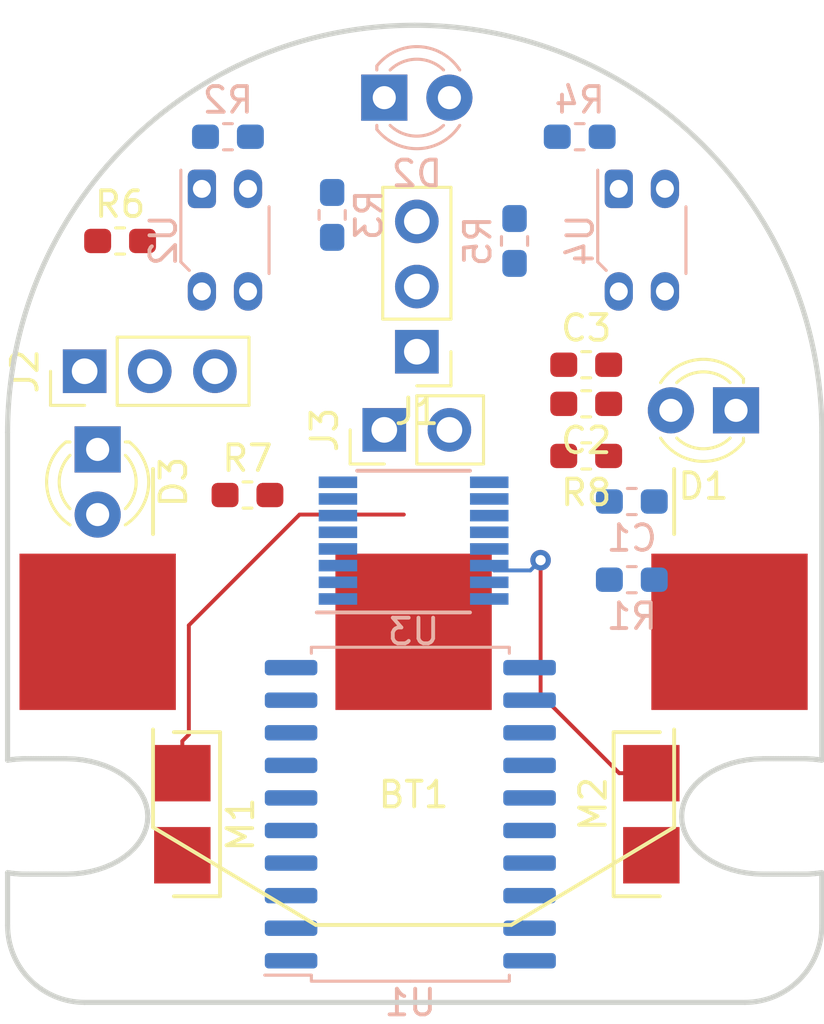
<source format=kicad_pcb>
(kicad_pcb (version 20171130) (host pcbnew "(5.1.5-0-10_14)")

  (general
    (thickness 1.6)
    (drawings 201)
    (tracks 13)
    (zones 0)
    (modules 24)
    (nets 27)
  )

  (page A4)
  (layers
    (0 F.Cu signal)
    (31 B.Cu signal)
    (32 B.Adhes user)
    (33 F.Adhes user)
    (34 B.Paste user)
    (35 F.Paste user)
    (36 B.SilkS user)
    (37 F.SilkS user)
    (38 B.Mask user)
    (39 F.Mask user)
    (40 Dwgs.User user)
    (41 Cmts.User user)
    (42 Eco1.User user)
    (43 Eco2.User user)
    (44 Edge.Cuts user)
    (45 Margin user)
    (46 B.CrtYd user)
    (47 F.CrtYd user)
    (48 B.Fab user)
    (49 F.Fab user)
  )

  (setup
    (last_trace_width 0.1524)
    (user_trace_width 0.1524)
    (user_trace_width 0.2032)
    (user_trace_width 0.254)
    (user_trace_width 0.3048)
    (user_trace_width 0.381)
    (user_trace_width 0.508)
    (user_trace_width 0.635)
    (user_trace_width 1.27)
    (trace_clearance 0.1524)
    (zone_clearance 0.508)
    (zone_45_only no)
    (trace_min 0.1524)
    (via_size 0.8)
    (via_drill 0.4)
    (via_min_size 0.4)
    (via_min_drill 0.3)
    (uvia_size 0.3)
    (uvia_drill 0.1)
    (uvias_allowed no)
    (uvia_min_size 0.2)
    (uvia_min_drill 0.1)
    (edge_width 0.05)
    (segment_width 0.2)
    (pcb_text_width 0.3)
    (pcb_text_size 1.5 1.5)
    (mod_edge_width 0.12)
    (mod_text_size 1 1)
    (mod_text_width 0.15)
    (pad_size 1.524 1.524)
    (pad_drill 0.762)
    (pad_to_mask_clearance 0.051)
    (solder_mask_min_width 0.25)
    (aux_axis_origin 0 0)
    (visible_elements FFFFFF7F)
    (pcbplotparams
      (layerselection 0x010fc_ffffffff)
      (usegerberextensions false)
      (usegerberattributes false)
      (usegerberadvancedattributes false)
      (creategerberjobfile false)
      (excludeedgelayer true)
      (linewidth 0.100000)
      (plotframeref false)
      (viasonmask false)
      (mode 1)
      (useauxorigin false)
      (hpglpennumber 1)
      (hpglpenspeed 20)
      (hpglpendiameter 15.000000)
      (psnegative false)
      (psa4output false)
      (plotreference true)
      (plotvalue true)
      (plotinvisibletext false)
      (padsonsilk false)
      (subtractmaskfromsilk false)
      (outputformat 1)
      (mirror false)
      (drillshape 1)
      (scaleselection 1)
      (outputdirectory ""))
  )

  (net 0 "")
  (net 1 "Net-(BT1-Pad1)")
  (net 2 GND)
  (net 3 +3V3)
  (net 4 "Net-(D1-Pad2)")
  (net 5 "Net-(D2-Pad2)")
  (net 6 "Net-(D3-Pad2)")
  (net 7 /UDPI)
  (net 8 "Net-(J1-Pad2)")
  (net 9 /DAC)
  (net 10 "Net-(M1-Pad2)")
  (net 11 "Net-(M1-Pad1)")
  (net 12 "Net-(M2-Pad2)")
  (net 13 "Net-(M2-Pad1)")
  (net 14 /LED1)
  (net 15 "Net-(R2-Pad2)")
  (net 16 /IR1)
  (net 17 /OUT1)
  (net 18 "Net-(R4-Pad2)")
  (net 19 /IR2)
  (net 20 /OUT2)
  (net 21 /LED2)
  (net 22 /LED3)
  (net 23 /DIR2)
  (net 24 /DIR1)
  (net 25 /PWM2)
  (net 26 /PWM1)

  (net_class Default "This is the default net class."
    (clearance 0.1524)
    (trace_width 0.1524)
    (via_dia 0.8)
    (via_drill 0.4)
    (uvia_dia 0.3)
    (uvia_drill 0.1)
    (diff_pair_width 0.1524)
    (diff_pair_gap 0.25)
    (add_net +3V3)
    (add_net /DAC)
    (add_net /DIR1)
    (add_net /DIR2)
    (add_net /IR1)
    (add_net /IR2)
    (add_net /LED1)
    (add_net /LED2)
    (add_net /LED3)
    (add_net /OUT1)
    (add_net /OUT2)
    (add_net /PWM1)
    (add_net /PWM2)
    (add_net /SCL)
    (add_net /SDA)
    (add_net /UDPI)
    (add_net GND)
    (add_net "Net-(BT1-Pad1)")
    (add_net "Net-(D1-Pad2)")
    (add_net "Net-(D2-Pad2)")
    (add_net "Net-(D3-Pad2)")
    (add_net "Net-(J1-Pad2)")
    (add_net "Net-(M1-Pad1)")
    (add_net "Net-(M1-Pad2)")
    (add_net "Net-(M2-Pad1)")
    (add_net "Net-(M2-Pad2)")
    (add_net "Net-(R2-Pad2)")
    (add_net "Net-(R4-Pad2)")
    (add_net "Net-(U1-Pad19)")
    (add_net "Net-(U1-Pad2)")
    (add_net "Net-(U1-Pad5)")
    (add_net "Net-(U3-Pad10)")
    (add_net "Net-(U3-Pad13)")
    (add_net "Net-(U3-Pad16)")
    (add_net "Net-(U3-Pad2)")
    (add_net "Net-(U3-Pad5)")
    (add_net "Net-(U3-Pad8)")
  )

  (module OptoDevice:Everlight_ITR8307F43 (layer B.Cu) (tedit 5B88730A) (tstamp 5E8E6C49)
    (at 72.136 63.5)
    (descr "package for Everlight ITR8307/F43, see https://everlighteurope.com/index.php?controller=attachment&id_attachment=5385")
    (tags "refective opto couple photo coupler")
    (path /5E58C03C)
    (fp_text reference U4 (at -1.5 2 -90) (layer B.SilkS)
      (effects (font (size 1 1) (thickness 0.15)) (justify mirror))
    )
    (fp_text value QRE1113GR (at 0.8 -1.5) (layer B.Fab)
      (effects (font (size 1 1) (thickness 0.15)) (justify mirror))
    )
    (fp_line (start -0.7 0.7) (end -0.5 0.7) (layer B.Fab) (width 0.1))
    (fp_line (start 0 1.2) (end -0.5 0.7) (layer B.Fab) (width 0.1))
    (fp_line (start 0 1.2) (end 0.5 0.7) (layer B.Fab) (width 0.1))
    (fp_line (start -0.49 3.18) (end -0.82 2.85) (layer B.SilkS) (width 0.12))
    (fp_line (start 2.75 -1) (end -0.95 -1) (layer B.CrtYd) (width 0.05))
    (fp_line (start 2.75 -1) (end 2.75 5) (layer B.CrtYd) (width 0.05))
    (fp_line (start -0.95 5) (end -0.95 -1) (layer B.CrtYd) (width 0.05))
    (fp_line (start -0.95 5) (end 2.75 5) (layer B.CrtYd) (width 0.05))
    (fp_line (start 2.5 3.3) (end 2.5 0.7) (layer B.Fab) (width 0.1))
    (fp_line (start 2.5 0.7) (end 0.5 0.7) (layer B.Fab) (width 0.1))
    (fp_line (start -0.7 0.7) (end -0.7 2.8) (layer B.Fab) (width 0.1))
    (fp_line (start -0.2 3.3) (end 2.5 3.3) (layer B.Fab) (width 0.1))
    (fp_line (start -0.7 2.8) (end -0.2 3.3) (layer B.Fab) (width 0.1))
    (fp_line (start -0.82 2.85) (end -0.82 -0.73) (layer B.SilkS) (width 0.12))
    (fp_line (start 2.62 0.7) (end 2.62 3.3) (layer B.SilkS) (width 0.12))
    (fp_text user %R (at 0.9 1.8) (layer B.Fab)
      (effects (font (size 0.75 0.75) (thickness 0.11)) (justify mirror))
    )
    (pad 4 thru_hole oval (at 1.8 4) (size 1.1 1.5) (drill 0.7) (layers *.Cu *.Mask)
      (net 2 GND))
    (pad 2 thru_hole oval (at 0 4) (size 1.1 1.5) (drill 0.7) (layers *.Cu *.Mask)
      (net 18 "Net-(R4-Pad2)"))
    (pad 1 thru_hole roundrect (at 0 0) (size 1.1 1.5) (drill 0.7) (layers *.Cu *.Mask) (roundrect_rratio 0.227)
      (net 2 GND))
    (pad 3 thru_hole oval (at 1.8 0) (size 1.1 1.5) (drill 0.7) (layers *.Cu *.Mask)
      (net 20 /OUT2))
    (model ${KISYS3DMOD}/OptoDevice.3dshapes/Everlight_ITR8307F43.wrl
      (at (xyz 0 0 0))
      (scale (xyz 1 1 1))
      (rotate (xyz 0 0 0))
    )
  )

  (module Package_SO:TSSOP-16_4.4x5mm_P0.65mm (layer B.Cu) (tedit 5A02F25C) (tstamp 5E8E6C31)
    (at 64.135 77.216)
    (descr "16-Lead Plastic Thin Shrink Small Outline (ST)-4.4 mm Body [TSSOP] (see Microchip Packaging Specification 00000049BS.pdf)")
    (tags "SSOP 0.65")
    (path /5E5CD493)
    (attr smd)
    (fp_text reference U3 (at 0 3.55) (layer B.SilkS)
      (effects (font (size 1 1) (thickness 0.15)) (justify mirror))
    )
    (fp_text value TC78H651AFNG (at 0 -3.55) (layer B.Fab)
      (effects (font (size 1 1) (thickness 0.15)) (justify mirror))
    )
    (fp_text user %R (at 0 0) (layer B.Fab)
      (effects (font (size 0.8 0.8) (thickness 0.15)) (justify mirror))
    )
    (fp_line (start -3.775 2.8) (end 2.2 2.8) (layer B.SilkS) (width 0.15))
    (fp_line (start -2.2 -2.725) (end 2.2 -2.725) (layer B.SilkS) (width 0.15))
    (fp_line (start -3.95 -2.8) (end 3.95 -2.8) (layer B.CrtYd) (width 0.05))
    (fp_line (start -3.95 2.9) (end 3.95 2.9) (layer B.CrtYd) (width 0.05))
    (fp_line (start 3.95 2.9) (end 3.95 -2.8) (layer B.CrtYd) (width 0.05))
    (fp_line (start -3.95 2.9) (end -3.95 -2.8) (layer B.CrtYd) (width 0.05))
    (fp_line (start -2.2 1.5) (end -1.2 2.5) (layer B.Fab) (width 0.15))
    (fp_line (start -2.2 -2.5) (end -2.2 1.5) (layer B.Fab) (width 0.15))
    (fp_line (start 2.2 -2.5) (end -2.2 -2.5) (layer B.Fab) (width 0.15))
    (fp_line (start 2.2 2.5) (end 2.2 -2.5) (layer B.Fab) (width 0.15))
    (fp_line (start -1.2 2.5) (end 2.2 2.5) (layer B.Fab) (width 0.15))
    (pad 16 smd rect (at 2.95 2.275) (size 1.5 0.45) (layers B.Cu B.Paste B.Mask))
    (pad 15 smd rect (at 2.95 1.625) (size 1.5 0.45) (layers B.Cu B.Paste B.Mask)
      (net 13 "Net-(M2-Pad1)"))
    (pad 14 smd rect (at 2.95 0.975) (size 1.5 0.45) (layers B.Cu B.Paste B.Mask)
      (net 12 "Net-(M2-Pad2)"))
    (pad 13 smd rect (at 2.95 0.325) (size 1.5 0.45) (layers B.Cu B.Paste B.Mask))
    (pad 12 smd rect (at 2.95 -0.325) (size 1.5 0.45) (layers B.Cu B.Paste B.Mask)
      (net 10 "Net-(M1-Pad2)"))
    (pad 11 smd rect (at 2.95 -0.975) (size 1.5 0.45) (layers B.Cu B.Paste B.Mask)
      (net 11 "Net-(M1-Pad1)"))
    (pad 10 smd rect (at 2.95 -1.625) (size 1.5 0.45) (layers B.Cu B.Paste B.Mask))
    (pad 9 smd rect (at 2.95 -2.275) (size 1.5 0.45) (layers B.Cu B.Paste B.Mask)
      (net 2 GND))
    (pad 8 smd rect (at -2.95 -2.275) (size 1.5 0.45) (layers B.Cu B.Paste B.Mask))
    (pad 7 smd rect (at -2.95 -1.625) (size 1.5 0.45) (layers B.Cu B.Paste B.Mask)
      (net 24 /DIR1))
    (pad 6 smd rect (at -2.95 -0.975) (size 1.5 0.45) (layers B.Cu B.Paste B.Mask)
      (net 26 /PWM1))
    (pad 5 smd rect (at -2.95 -0.325) (size 1.5 0.45) (layers B.Cu B.Paste B.Mask))
    (pad 4 smd rect (at -2.95 0.325) (size 1.5 0.45) (layers B.Cu B.Paste B.Mask)
      (net 25 /PWM2))
    (pad 3 smd rect (at -2.95 0.975) (size 1.5 0.45) (layers B.Cu B.Paste B.Mask)
      (net 23 /DIR2))
    (pad 2 smd rect (at -2.95 1.625) (size 1.5 0.45) (layers B.Cu B.Paste B.Mask))
    (pad 1 smd rect (at -2.95 2.275) (size 1.5 0.45) (layers B.Cu B.Paste B.Mask)
      (net 3 +3V3))
    (model ${KISYS3DMOD}/Package_SO.3dshapes/TSSOP-16_4.4x5mm_P0.65mm.wrl
      (at (xyz 0 0 0))
      (scale (xyz 1 1 1))
      (rotate (xyz 0 0 0))
    )
  )

  (module OptoDevice:Everlight_ITR8307F43 (layer B.Cu) (tedit 5B88730A) (tstamp 5E8E6C11)
    (at 55.88 63.5)
    (descr "package for Everlight ITR8307/F43, see https://everlighteurope.com/index.php?controller=attachment&id_attachment=5385")
    (tags "refective opto couple photo coupler")
    (path /5E57B1A8)
    (fp_text reference U2 (at -1.5 2 -90) (layer B.SilkS)
      (effects (font (size 1 1) (thickness 0.15)) (justify mirror))
    )
    (fp_text value QRE1113GR (at 0.8 -1.5) (layer B.Fab)
      (effects (font (size 1 1) (thickness 0.15)) (justify mirror))
    )
    (fp_line (start -0.7 0.7) (end -0.5 0.7) (layer B.Fab) (width 0.1))
    (fp_line (start 0 1.2) (end -0.5 0.7) (layer B.Fab) (width 0.1))
    (fp_line (start 0 1.2) (end 0.5 0.7) (layer B.Fab) (width 0.1))
    (fp_line (start -0.49 3.18) (end -0.82 2.85) (layer B.SilkS) (width 0.12))
    (fp_line (start 2.75 -1) (end -0.95 -1) (layer B.CrtYd) (width 0.05))
    (fp_line (start 2.75 -1) (end 2.75 5) (layer B.CrtYd) (width 0.05))
    (fp_line (start -0.95 5) (end -0.95 -1) (layer B.CrtYd) (width 0.05))
    (fp_line (start -0.95 5) (end 2.75 5) (layer B.CrtYd) (width 0.05))
    (fp_line (start 2.5 3.3) (end 2.5 0.7) (layer B.Fab) (width 0.1))
    (fp_line (start 2.5 0.7) (end 0.5 0.7) (layer B.Fab) (width 0.1))
    (fp_line (start -0.7 0.7) (end -0.7 2.8) (layer B.Fab) (width 0.1))
    (fp_line (start -0.2 3.3) (end 2.5 3.3) (layer B.Fab) (width 0.1))
    (fp_line (start -0.7 2.8) (end -0.2 3.3) (layer B.Fab) (width 0.1))
    (fp_line (start -0.82 2.85) (end -0.82 -0.73) (layer B.SilkS) (width 0.12))
    (fp_line (start 2.62 0.7) (end 2.62 3.3) (layer B.SilkS) (width 0.12))
    (fp_text user %R (at 0.9 1.8) (layer B.Fab)
      (effects (font (size 0.75 0.75) (thickness 0.11)) (justify mirror))
    )
    (pad 4 thru_hole oval (at 1.8 4) (size 1.1 1.5) (drill 0.7) (layers *.Cu *.Mask)
      (net 2 GND))
    (pad 2 thru_hole oval (at 0 4) (size 1.1 1.5) (drill 0.7) (layers *.Cu *.Mask)
      (net 15 "Net-(R2-Pad2)"))
    (pad 1 thru_hole roundrect (at 0 0) (size 1.1 1.5) (drill 0.7) (layers *.Cu *.Mask) (roundrect_rratio 0.227)
      (net 2 GND))
    (pad 3 thru_hole oval (at 1.8 0) (size 1.1 1.5) (drill 0.7) (layers *.Cu *.Mask)
      (net 17 /OUT1))
    (model ${KISYS3DMOD}/OptoDevice.3dshapes/Everlight_ITR8307F43.wrl
      (at (xyz 0 0 0))
      (scale (xyz 1 1 1))
      (rotate (xyz 0 0 0))
    )
  )

  (module Package_SO:SOIC-20W_7.5x12.8mm_P1.27mm (layer B.Cu) (tedit 5D9F72B1) (tstamp 5E8E6BF9)
    (at 64.008 87.884)
    (descr "SOIC, 20 Pin (JEDEC MS-013AC, https://www.analog.com/media/en/package-pcb-resources/package/233848rw_20.pdf), generated with kicad-footprint-generator ipc_gullwing_generator.py")
    (tags "SOIC SO")
    (path /5E54285F)
    (attr smd)
    (fp_text reference U1 (at 0 7.35) (layer B.SilkS)
      (effects (font (size 1 1) (thickness 0.15)) (justify mirror))
    )
    (fp_text value ATtiny1616-S (at 0 -7.35) (layer B.Fab)
      (effects (font (size 1 1) (thickness 0.15)) (justify mirror))
    )
    (fp_text user %R (at 0 0) (layer B.Fab)
      (effects (font (size 1 1) (thickness 0.15)) (justify mirror))
    )
    (fp_line (start 5.93 6.65) (end -5.93 6.65) (layer B.CrtYd) (width 0.05))
    (fp_line (start 5.93 -6.65) (end 5.93 6.65) (layer B.CrtYd) (width 0.05))
    (fp_line (start -5.93 -6.65) (end 5.93 -6.65) (layer B.CrtYd) (width 0.05))
    (fp_line (start -5.93 6.65) (end -5.93 -6.65) (layer B.CrtYd) (width 0.05))
    (fp_line (start -3.75 5.4) (end -2.75 6.4) (layer B.Fab) (width 0.1))
    (fp_line (start -3.75 -6.4) (end -3.75 5.4) (layer B.Fab) (width 0.1))
    (fp_line (start 3.75 -6.4) (end -3.75 -6.4) (layer B.Fab) (width 0.1))
    (fp_line (start 3.75 6.4) (end 3.75 -6.4) (layer B.Fab) (width 0.1))
    (fp_line (start -2.75 6.4) (end 3.75 6.4) (layer B.Fab) (width 0.1))
    (fp_line (start -3.86 6.275) (end -5.675 6.275) (layer B.SilkS) (width 0.12))
    (fp_line (start -3.86 6.51) (end -3.86 6.275) (layer B.SilkS) (width 0.12))
    (fp_line (start 0 6.51) (end -3.86 6.51) (layer B.SilkS) (width 0.12))
    (fp_line (start 3.86 6.51) (end 3.86 6.275) (layer B.SilkS) (width 0.12))
    (fp_line (start 0 6.51) (end 3.86 6.51) (layer B.SilkS) (width 0.12))
    (fp_line (start -3.86 -6.51) (end -3.86 -6.275) (layer B.SilkS) (width 0.12))
    (fp_line (start 0 -6.51) (end -3.86 -6.51) (layer B.SilkS) (width 0.12))
    (fp_line (start 3.86 -6.51) (end 3.86 -6.275) (layer B.SilkS) (width 0.12))
    (fp_line (start 0 -6.51) (end 3.86 -6.51) (layer B.SilkS) (width 0.12))
    (pad 20 smd roundrect (at 4.65 5.715) (size 2.05 0.6) (layers B.Cu B.Paste B.Mask) (roundrect_rratio 0.25)
      (net 2 GND))
    (pad 19 smd roundrect (at 4.65 4.445) (size 2.05 0.6) (layers B.Cu B.Paste B.Mask) (roundrect_rratio 0.25))
    (pad 18 smd roundrect (at 4.65 3.175) (size 2.05 0.6) (layers B.Cu B.Paste B.Mask) (roundrect_rratio 0.25))
    (pad 17 smd roundrect (at 4.65 1.905) (size 2.05 0.6) (layers B.Cu B.Paste B.Mask) (roundrect_rratio 0.25))
    (pad 16 smd roundrect (at 4.65 0.635) (size 2.05 0.6) (layers B.Cu B.Paste B.Mask) (roundrect_rratio 0.25)
      (net 7 /UDPI))
    (pad 15 smd roundrect (at 4.65 -0.635) (size 2.05 0.6) (layers B.Cu B.Paste B.Mask) (roundrect_rratio 0.25)
      (net 23 /DIR2))
    (pad 14 smd roundrect (at 4.65 -1.905) (size 2.05 0.6) (layers B.Cu B.Paste B.Mask) (roundrect_rratio 0.25)
      (net 24 /DIR1))
    (pad 13 smd roundrect (at 4.65 -3.175) (size 2.05 0.6) (layers B.Cu B.Paste B.Mask) (roundrect_rratio 0.25)
      (net 25 /PWM2))
    (pad 12 smd roundrect (at 4.65 -4.445) (size 2.05 0.6) (layers B.Cu B.Paste B.Mask) (roundrect_rratio 0.25)
      (net 26 /PWM1))
    (pad 11 smd roundrect (at 4.65 -5.715) (size 2.05 0.6) (layers B.Cu B.Paste B.Mask) (roundrect_rratio 0.25)
      (net 22 /LED3))
    (pad 10 smd roundrect (at -4.65 -5.715) (size 2.05 0.6) (layers B.Cu B.Paste B.Mask) (roundrect_rratio 0.25)
      (net 14 /LED1))
    (pad 9 smd roundrect (at -4.65 -4.445) (size 2.05 0.6) (layers B.Cu B.Paste B.Mask) (roundrect_rratio 0.25)
      (net 16 /IR1))
    (pad 8 smd roundrect (at -4.65 -3.175) (size 2.05 0.6) (layers B.Cu B.Paste B.Mask) (roundrect_rratio 0.25)
      (net 19 /IR2))
    (pad 7 smd roundrect (at -4.65 -1.905) (size 2.05 0.6) (layers B.Cu B.Paste B.Mask) (roundrect_rratio 0.25)
      (net 17 /OUT1))
    (pad 6 smd roundrect (at -4.65 -0.635) (size 2.05 0.6) (layers B.Cu B.Paste B.Mask) (roundrect_rratio 0.25)
      (net 20 /OUT2))
    (pad 5 smd roundrect (at -4.65 0.635) (size 2.05 0.6) (layers B.Cu B.Paste B.Mask) (roundrect_rratio 0.25))
    (pad 4 smd roundrect (at -4.65 1.905) (size 2.05 0.6) (layers B.Cu B.Paste B.Mask) (roundrect_rratio 0.25)
      (net 9 /DAC))
    (pad 3 smd roundrect (at -4.65 3.175) (size 2.05 0.6) (layers B.Cu B.Paste B.Mask) (roundrect_rratio 0.25)
      (net 21 /LED2))
    (pad 2 smd roundrect (at -4.65 4.445) (size 2.05 0.6) (layers B.Cu B.Paste B.Mask) (roundrect_rratio 0.25))
    (pad 1 smd roundrect (at -4.65 5.715) (size 2.05 0.6) (layers B.Cu B.Paste B.Mask) (roundrect_rratio 0.25)
      (net 3 +3V3))
    (model ${KISYS3DMOD}/Package_SO.3dshapes/SOIC-20W_7.5x12.8mm_P1.27mm.wrl
      (at (xyz 0 0 0))
      (scale (xyz 1 1 1))
      (rotate (xyz 0 0 0))
    )
  )

  (module Resistor_SMD:R_0603_1608Metric_Pad1.05x0.95mm_HandSolder (layer F.Cu) (tedit 5B301BBD) (tstamp 5E8E6BCE)
    (at 70.866 73.914 180)
    (descr "Resistor SMD 0603 (1608 Metric), square (rectangular) end terminal, IPC_7351 nominal with elongated pad for handsoldering. (Body size source: http://www.tortai-tech.com/upload/download/2011102023233369053.pdf), generated with kicad-footprint-generator")
    (tags "resistor handsolder")
    (path /5E6EAF48)
    (attr smd)
    (fp_text reference R8 (at 0 -1.43) (layer F.SilkS)
      (effects (font (size 1 1) (thickness 0.15)))
    )
    (fp_text value 10k (at 0 1.43) (layer F.Fab)
      (effects (font (size 1 1) (thickness 0.15)))
    )
    (fp_text user %R (at 0 0) (layer F.Fab)
      (effects (font (size 0.4 0.4) (thickness 0.06)))
    )
    (fp_line (start 1.65 0.73) (end -1.65 0.73) (layer F.CrtYd) (width 0.05))
    (fp_line (start 1.65 -0.73) (end 1.65 0.73) (layer F.CrtYd) (width 0.05))
    (fp_line (start -1.65 -0.73) (end 1.65 -0.73) (layer F.CrtYd) (width 0.05))
    (fp_line (start -1.65 0.73) (end -1.65 -0.73) (layer F.CrtYd) (width 0.05))
    (fp_line (start -0.171267 0.51) (end 0.171267 0.51) (layer F.SilkS) (width 0.12))
    (fp_line (start -0.171267 -0.51) (end 0.171267 -0.51) (layer F.SilkS) (width 0.12))
    (fp_line (start 0.8 0.4) (end -0.8 0.4) (layer F.Fab) (width 0.1))
    (fp_line (start 0.8 -0.4) (end 0.8 0.4) (layer F.Fab) (width 0.1))
    (fp_line (start -0.8 -0.4) (end 0.8 -0.4) (layer F.Fab) (width 0.1))
    (fp_line (start -0.8 0.4) (end -0.8 -0.4) (layer F.Fab) (width 0.1))
    (pad 2 smd roundrect (at 0.875 0 180) (size 1.05 0.95) (layers F.Cu F.Paste F.Mask) (roundrect_rratio 0.25)
      (net 7 /UDPI))
    (pad 1 smd roundrect (at -0.875 0 180) (size 1.05 0.95) (layers F.Cu F.Paste F.Mask) (roundrect_rratio 0.25)
      (net 3 +3V3))
    (model ${KISYS3DMOD}/Resistor_SMD.3dshapes/R_0603_1608Metric.wrl
      (at (xyz 0 0 0))
      (scale (xyz 1 1 1))
      (rotate (xyz 0 0 0))
    )
  )

  (module Resistor_SMD:R_0603_1608Metric_Pad1.05x0.95mm_HandSolder (layer F.Cu) (tedit 5B301BBD) (tstamp 5E8E6BBD)
    (at 57.658 75.438)
    (descr "Resistor SMD 0603 (1608 Metric), square (rectangular) end terminal, IPC_7351 nominal with elongated pad for handsoldering. (Body size source: http://www.tortai-tech.com/upload/download/2011102023233369053.pdf), generated with kicad-footprint-generator")
    (tags "resistor handsolder")
    (path /5E6CF7C0)
    (attr smd)
    (fp_text reference R7 (at 0 -1.43) (layer F.SilkS)
      (effects (font (size 1 1) (thickness 0.15)))
    )
    (fp_text value 220 (at 0 1.43) (layer F.Fab)
      (effects (font (size 1 1) (thickness 0.15)))
    )
    (fp_text user %R (at 0 0) (layer F.Fab)
      (effects (font (size 0.4 0.4) (thickness 0.06)))
    )
    (fp_line (start 1.65 0.73) (end -1.65 0.73) (layer F.CrtYd) (width 0.05))
    (fp_line (start 1.65 -0.73) (end 1.65 0.73) (layer F.CrtYd) (width 0.05))
    (fp_line (start -1.65 -0.73) (end 1.65 -0.73) (layer F.CrtYd) (width 0.05))
    (fp_line (start -1.65 0.73) (end -1.65 -0.73) (layer F.CrtYd) (width 0.05))
    (fp_line (start -0.171267 0.51) (end 0.171267 0.51) (layer F.SilkS) (width 0.12))
    (fp_line (start -0.171267 -0.51) (end 0.171267 -0.51) (layer F.SilkS) (width 0.12))
    (fp_line (start 0.8 0.4) (end -0.8 0.4) (layer F.Fab) (width 0.1))
    (fp_line (start 0.8 -0.4) (end 0.8 0.4) (layer F.Fab) (width 0.1))
    (fp_line (start -0.8 -0.4) (end 0.8 -0.4) (layer F.Fab) (width 0.1))
    (fp_line (start -0.8 0.4) (end -0.8 -0.4) (layer F.Fab) (width 0.1))
    (pad 2 smd roundrect (at 0.875 0) (size 1.05 0.95) (layers F.Cu F.Paste F.Mask) (roundrect_rratio 0.25)
      (net 6 "Net-(D3-Pad2)"))
    (pad 1 smd roundrect (at -0.875 0) (size 1.05 0.95) (layers F.Cu F.Paste F.Mask) (roundrect_rratio 0.25)
      (net 22 /LED3))
    (model ${KISYS3DMOD}/Resistor_SMD.3dshapes/R_0603_1608Metric.wrl
      (at (xyz 0 0 0))
      (scale (xyz 1 1 1))
      (rotate (xyz 0 0 0))
    )
  )

  (module Resistor_SMD:R_0603_1608Metric_Pad1.05x0.95mm_HandSolder (layer F.Cu) (tedit 5B301BBD) (tstamp 5E8E6BAC)
    (at 52.691 65.532)
    (descr "Resistor SMD 0603 (1608 Metric), square (rectangular) end terminal, IPC_7351 nominal with elongated pad for handsoldering. (Body size source: http://www.tortai-tech.com/upload/download/2011102023233369053.pdf), generated with kicad-footprint-generator")
    (tags "resistor handsolder")
    (path /5E69F105)
    (attr smd)
    (fp_text reference R6 (at 0 -1.43) (layer F.SilkS)
      (effects (font (size 1 1) (thickness 0.15)))
    )
    (fp_text value 220 (at 0 1.43) (layer F.Fab)
      (effects (font (size 1 1) (thickness 0.15)))
    )
    (fp_text user %R (at 0 0) (layer F.Fab)
      (effects (font (size 0.4 0.4) (thickness 0.06)))
    )
    (fp_line (start 1.65 0.73) (end -1.65 0.73) (layer F.CrtYd) (width 0.05))
    (fp_line (start 1.65 -0.73) (end 1.65 0.73) (layer F.CrtYd) (width 0.05))
    (fp_line (start -1.65 -0.73) (end 1.65 -0.73) (layer F.CrtYd) (width 0.05))
    (fp_line (start -1.65 0.73) (end -1.65 -0.73) (layer F.CrtYd) (width 0.05))
    (fp_line (start -0.171267 0.51) (end 0.171267 0.51) (layer F.SilkS) (width 0.12))
    (fp_line (start -0.171267 -0.51) (end 0.171267 -0.51) (layer F.SilkS) (width 0.12))
    (fp_line (start 0.8 0.4) (end -0.8 0.4) (layer F.Fab) (width 0.1))
    (fp_line (start 0.8 -0.4) (end 0.8 0.4) (layer F.Fab) (width 0.1))
    (fp_line (start -0.8 -0.4) (end 0.8 -0.4) (layer F.Fab) (width 0.1))
    (fp_line (start -0.8 0.4) (end -0.8 -0.4) (layer F.Fab) (width 0.1))
    (pad 2 smd roundrect (at 0.875 0) (size 1.05 0.95) (layers F.Cu F.Paste F.Mask) (roundrect_rratio 0.25)
      (net 5 "Net-(D2-Pad2)"))
    (pad 1 smd roundrect (at -0.875 0) (size 1.05 0.95) (layers F.Cu F.Paste F.Mask) (roundrect_rratio 0.25)
      (net 21 /LED2))
    (model ${KISYS3DMOD}/Resistor_SMD.3dshapes/R_0603_1608Metric.wrl
      (at (xyz 0 0 0))
      (scale (xyz 1 1 1))
      (rotate (xyz 0 0 0))
    )
  )

  (module Resistor_SMD:R_0603_1608Metric_Pad1.05x0.95mm_HandSolder (layer B.Cu) (tedit 5B301BBD) (tstamp 5E8E6B9B)
    (at 68.072 65.532 270)
    (descr "Resistor SMD 0603 (1608 Metric), square (rectangular) end terminal, IPC_7351 nominal with elongated pad for handsoldering. (Body size source: http://www.tortai-tech.com/upload/download/2011102023233369053.pdf), generated with kicad-footprint-generator")
    (tags "resistor handsolder")
    (path /5E58C046)
    (attr smd)
    (fp_text reference R5 (at 0 1.43 90) (layer B.SilkS)
      (effects (font (size 1 1) (thickness 0.15)) (justify mirror))
    )
    (fp_text value 10k (at 0 -1.43 90) (layer B.Fab)
      (effects (font (size 1 1) (thickness 0.15)) (justify mirror))
    )
    (fp_text user %R (at 0 0 90) (layer B.Fab)
      (effects (font (size 0.4 0.4) (thickness 0.06)) (justify mirror))
    )
    (fp_line (start 1.65 -0.73) (end -1.65 -0.73) (layer B.CrtYd) (width 0.05))
    (fp_line (start 1.65 0.73) (end 1.65 -0.73) (layer B.CrtYd) (width 0.05))
    (fp_line (start -1.65 0.73) (end 1.65 0.73) (layer B.CrtYd) (width 0.05))
    (fp_line (start -1.65 -0.73) (end -1.65 0.73) (layer B.CrtYd) (width 0.05))
    (fp_line (start -0.171267 -0.51) (end 0.171267 -0.51) (layer B.SilkS) (width 0.12))
    (fp_line (start -0.171267 0.51) (end 0.171267 0.51) (layer B.SilkS) (width 0.12))
    (fp_line (start 0.8 -0.4) (end -0.8 -0.4) (layer B.Fab) (width 0.1))
    (fp_line (start 0.8 0.4) (end 0.8 -0.4) (layer B.Fab) (width 0.1))
    (fp_line (start -0.8 0.4) (end 0.8 0.4) (layer B.Fab) (width 0.1))
    (fp_line (start -0.8 -0.4) (end -0.8 0.4) (layer B.Fab) (width 0.1))
    (pad 2 smd roundrect (at 0.875 0 270) (size 1.05 0.95) (layers B.Cu B.Paste B.Mask) (roundrect_rratio 0.25)
      (net 20 /OUT2))
    (pad 1 smd roundrect (at -0.875 0 270) (size 1.05 0.95) (layers B.Cu B.Paste B.Mask) (roundrect_rratio 0.25)
      (net 3 +3V3))
    (model ${KISYS3DMOD}/Resistor_SMD.3dshapes/R_0603_1608Metric.wrl
      (at (xyz 0 0 0))
      (scale (xyz 1 1 1))
      (rotate (xyz 0 0 0))
    )
  )

  (module Resistor_SMD:R_0603_1608Metric_Pad1.05x0.95mm_HandSolder (layer B.Cu) (tedit 5B301BBD) (tstamp 5E8E6B8A)
    (at 70.612 61.468 180)
    (descr "Resistor SMD 0603 (1608 Metric), square (rectangular) end terminal, IPC_7351 nominal with elongated pad for handsoldering. (Body size source: http://www.tortai-tech.com/upload/download/2011102023233369053.pdf), generated with kicad-footprint-generator")
    (tags "resistor handsolder")
    (path /5E58C053)
    (attr smd)
    (fp_text reference R4 (at 0 1.43) (layer B.SilkS)
      (effects (font (size 1 1) (thickness 0.15)) (justify mirror))
    )
    (fp_text value 100 (at 0 -1.43) (layer B.Fab)
      (effects (font (size 1 1) (thickness 0.15)) (justify mirror))
    )
    (fp_text user %R (at 0 0) (layer B.Fab)
      (effects (font (size 0.4 0.4) (thickness 0.06)) (justify mirror))
    )
    (fp_line (start 1.65 -0.73) (end -1.65 -0.73) (layer B.CrtYd) (width 0.05))
    (fp_line (start 1.65 0.73) (end 1.65 -0.73) (layer B.CrtYd) (width 0.05))
    (fp_line (start -1.65 0.73) (end 1.65 0.73) (layer B.CrtYd) (width 0.05))
    (fp_line (start -1.65 -0.73) (end -1.65 0.73) (layer B.CrtYd) (width 0.05))
    (fp_line (start -0.171267 -0.51) (end 0.171267 -0.51) (layer B.SilkS) (width 0.12))
    (fp_line (start -0.171267 0.51) (end 0.171267 0.51) (layer B.SilkS) (width 0.12))
    (fp_line (start 0.8 -0.4) (end -0.8 -0.4) (layer B.Fab) (width 0.1))
    (fp_line (start 0.8 0.4) (end 0.8 -0.4) (layer B.Fab) (width 0.1))
    (fp_line (start -0.8 0.4) (end 0.8 0.4) (layer B.Fab) (width 0.1))
    (fp_line (start -0.8 -0.4) (end -0.8 0.4) (layer B.Fab) (width 0.1))
    (pad 2 smd roundrect (at 0.875 0 180) (size 1.05 0.95) (layers B.Cu B.Paste B.Mask) (roundrect_rratio 0.25)
      (net 18 "Net-(R4-Pad2)"))
    (pad 1 smd roundrect (at -0.875 0 180) (size 1.05 0.95) (layers B.Cu B.Paste B.Mask) (roundrect_rratio 0.25)
      (net 19 /IR2))
    (model ${KISYS3DMOD}/Resistor_SMD.3dshapes/R_0603_1608Metric.wrl
      (at (xyz 0 0 0))
      (scale (xyz 1 1 1))
      (rotate (xyz 0 0 0))
    )
  )

  (module Resistor_SMD:R_0603_1608Metric_Pad1.05x0.95mm_HandSolder (layer B.Cu) (tedit 5B301BBD) (tstamp 5E8E6B79)
    (at 60.96 64.516 90)
    (descr "Resistor SMD 0603 (1608 Metric), square (rectangular) end terminal, IPC_7351 nominal with elongated pad for handsoldering. (Body size source: http://www.tortai-tech.com/upload/download/2011102023233369053.pdf), generated with kicad-footprint-generator")
    (tags "resistor handsolder")
    (path /5E57DAAC)
    (attr smd)
    (fp_text reference R3 (at 0 1.43 270) (layer B.SilkS)
      (effects (font (size 1 1) (thickness 0.15)) (justify mirror))
    )
    (fp_text value 10k (at 0 -1.43 270) (layer B.Fab)
      (effects (font (size 1 1) (thickness 0.15)) (justify mirror))
    )
    (fp_text user %R (at 0 0 270) (layer B.Fab)
      (effects (font (size 0.4 0.4) (thickness 0.06)) (justify mirror))
    )
    (fp_line (start 1.65 -0.73) (end -1.65 -0.73) (layer B.CrtYd) (width 0.05))
    (fp_line (start 1.65 0.73) (end 1.65 -0.73) (layer B.CrtYd) (width 0.05))
    (fp_line (start -1.65 0.73) (end 1.65 0.73) (layer B.CrtYd) (width 0.05))
    (fp_line (start -1.65 -0.73) (end -1.65 0.73) (layer B.CrtYd) (width 0.05))
    (fp_line (start -0.171267 -0.51) (end 0.171267 -0.51) (layer B.SilkS) (width 0.12))
    (fp_line (start -0.171267 0.51) (end 0.171267 0.51) (layer B.SilkS) (width 0.12))
    (fp_line (start 0.8 -0.4) (end -0.8 -0.4) (layer B.Fab) (width 0.1))
    (fp_line (start 0.8 0.4) (end 0.8 -0.4) (layer B.Fab) (width 0.1))
    (fp_line (start -0.8 0.4) (end 0.8 0.4) (layer B.Fab) (width 0.1))
    (fp_line (start -0.8 -0.4) (end -0.8 0.4) (layer B.Fab) (width 0.1))
    (pad 2 smd roundrect (at 0.875 0 90) (size 1.05 0.95) (layers B.Cu B.Paste B.Mask) (roundrect_rratio 0.25)
      (net 17 /OUT1))
    (pad 1 smd roundrect (at -0.875 0 90) (size 1.05 0.95) (layers B.Cu B.Paste B.Mask) (roundrect_rratio 0.25)
      (net 3 +3V3))
    (model ${KISYS3DMOD}/Resistor_SMD.3dshapes/R_0603_1608Metric.wrl
      (at (xyz 0 0 0))
      (scale (xyz 1 1 1))
      (rotate (xyz 0 0 0))
    )
  )

  (module Resistor_SMD:R_0603_1608Metric_Pad1.05x0.95mm_HandSolder (layer B.Cu) (tedit 5B301BBD) (tstamp 5E8E6B68)
    (at 56.896 61.468 180)
    (descr "Resistor SMD 0603 (1608 Metric), square (rectangular) end terminal, IPC_7351 nominal with elongated pad for handsoldering. (Body size source: http://www.tortai-tech.com/upload/download/2011102023233369053.pdf), generated with kicad-footprint-generator")
    (tags "resistor handsolder")
    (path /5E58225A)
    (attr smd)
    (fp_text reference R2 (at 0 1.43) (layer B.SilkS)
      (effects (font (size 1 1) (thickness 0.15)) (justify mirror))
    )
    (fp_text value 100 (at 0 -1.43) (layer B.Fab)
      (effects (font (size 1 1) (thickness 0.15)) (justify mirror))
    )
    (fp_text user %R (at 0 0) (layer B.Fab)
      (effects (font (size 0.4 0.4) (thickness 0.06)) (justify mirror))
    )
    (fp_line (start 1.65 -0.73) (end -1.65 -0.73) (layer B.CrtYd) (width 0.05))
    (fp_line (start 1.65 0.73) (end 1.65 -0.73) (layer B.CrtYd) (width 0.05))
    (fp_line (start -1.65 0.73) (end 1.65 0.73) (layer B.CrtYd) (width 0.05))
    (fp_line (start -1.65 -0.73) (end -1.65 0.73) (layer B.CrtYd) (width 0.05))
    (fp_line (start -0.171267 -0.51) (end 0.171267 -0.51) (layer B.SilkS) (width 0.12))
    (fp_line (start -0.171267 0.51) (end 0.171267 0.51) (layer B.SilkS) (width 0.12))
    (fp_line (start 0.8 -0.4) (end -0.8 -0.4) (layer B.Fab) (width 0.1))
    (fp_line (start 0.8 0.4) (end 0.8 -0.4) (layer B.Fab) (width 0.1))
    (fp_line (start -0.8 0.4) (end 0.8 0.4) (layer B.Fab) (width 0.1))
    (fp_line (start -0.8 -0.4) (end -0.8 0.4) (layer B.Fab) (width 0.1))
    (pad 2 smd roundrect (at 0.875 0 180) (size 1.05 0.95) (layers B.Cu B.Paste B.Mask) (roundrect_rratio 0.25)
      (net 15 "Net-(R2-Pad2)"))
    (pad 1 smd roundrect (at -0.875 0 180) (size 1.05 0.95) (layers B.Cu B.Paste B.Mask) (roundrect_rratio 0.25)
      (net 16 /IR1))
    (model ${KISYS3DMOD}/Resistor_SMD.3dshapes/R_0603_1608Metric.wrl
      (at (xyz 0 0 0))
      (scale (xyz 1 1 1))
      (rotate (xyz 0 0 0))
    )
  )

  (module Resistor_SMD:R_0603_1608Metric_Pad1.05x0.95mm_HandSolder (layer B.Cu) (tedit 5B301BBD) (tstamp 5E8E6B57)
    (at 72.644 78.74)
    (descr "Resistor SMD 0603 (1608 Metric), square (rectangular) end terminal, IPC_7351 nominal with elongated pad for handsoldering. (Body size source: http://www.tortai-tech.com/upload/download/2011102023233369053.pdf), generated with kicad-footprint-generator")
    (tags "resistor handsolder")
    (path /5E575B96)
    (attr smd)
    (fp_text reference R1 (at 0 1.43) (layer B.SilkS)
      (effects (font (size 1 1) (thickness 0.15)) (justify mirror))
    )
    (fp_text value 220 (at 0 -1.43) (layer B.Fab)
      (effects (font (size 1 1) (thickness 0.15)) (justify mirror))
    )
    (fp_text user %R (at 0 0) (layer B.Fab)
      (effects (font (size 0.4 0.4) (thickness 0.06)) (justify mirror))
    )
    (fp_line (start 1.65 -0.73) (end -1.65 -0.73) (layer B.CrtYd) (width 0.05))
    (fp_line (start 1.65 0.73) (end 1.65 -0.73) (layer B.CrtYd) (width 0.05))
    (fp_line (start -1.65 0.73) (end 1.65 0.73) (layer B.CrtYd) (width 0.05))
    (fp_line (start -1.65 -0.73) (end -1.65 0.73) (layer B.CrtYd) (width 0.05))
    (fp_line (start -0.171267 -0.51) (end 0.171267 -0.51) (layer B.SilkS) (width 0.12))
    (fp_line (start -0.171267 0.51) (end 0.171267 0.51) (layer B.SilkS) (width 0.12))
    (fp_line (start 0.8 -0.4) (end -0.8 -0.4) (layer B.Fab) (width 0.1))
    (fp_line (start 0.8 0.4) (end 0.8 -0.4) (layer B.Fab) (width 0.1))
    (fp_line (start -0.8 0.4) (end 0.8 0.4) (layer B.Fab) (width 0.1))
    (fp_line (start -0.8 -0.4) (end -0.8 0.4) (layer B.Fab) (width 0.1))
    (pad 2 smd roundrect (at 0.875 0) (size 1.05 0.95) (layers B.Cu B.Paste B.Mask) (roundrect_rratio 0.25)
      (net 4 "Net-(D1-Pad2)"))
    (pad 1 smd roundrect (at -0.875 0) (size 1.05 0.95) (layers B.Cu B.Paste B.Mask) (roundrect_rratio 0.25)
      (net 14 /LED1))
    (model ${KISYS3DMOD}/Resistor_SMD.3dshapes/R_0603_1608Metric.wrl
      (at (xyz 0 0 0))
      (scale (xyz 1 1 1))
      (rotate (xyz 0 0 0))
    )
  )

  (module microbug-fplib:micro_motor_5mm (layer F.Cu) (tedit 5E719D46) (tstamp 5E8E6B46)
    (at 72.136 87.884 90)
    (path /5E543EF8)
    (fp_text reference M2 (at 0.4 -1 90) (layer F.SilkS)
      (effects (font (size 1 1) (thickness 0.15)))
    )
    (fp_text value Motor_DC (at 0 -2.286 90) (layer F.Fab)
      (effects (font (size 1 1) (thickness 0.15)))
    )
    (fp_line (start -2.6 6.6) (end -2.6 0.2) (layer F.CrtYd) (width 0.12))
    (fp_line (start 2.6 6.6) (end -2.6 6.6) (layer F.CrtYd) (width 0.12))
    (fp_line (start 2.6 0.2) (end 2.6 6.6) (layer F.CrtYd) (width 0.12))
    (fp_line (start 2.6 0.2) (end -2.6 0.2) (layer F.CrtYd) (width 0.12))
    (fp_line (start 3.2 -0.2) (end 3.2 1.6) (layer F.SilkS) (width 0.15))
    (fp_line (start -3.2 -0.2) (end 3.2 -0.2) (layer F.SilkS) (width 0.15))
    (fp_line (start -3.2 1.6) (end -3.2 -0.2) (layer F.SilkS) (width 0.15))
    (pad 2 smd rect (at 1.6 1.27 90) (size 2.2 2.2) (layers F.Cu F.Paste F.Mask)
      (net 12 "Net-(M2-Pad2)"))
    (pad 1 smd rect (at -1.6 1.27 90) (size 2.2 2.2) (layers F.Cu F.Paste F.Mask)
      (net 13 "Net-(M2-Pad1)"))
  )

  (module microbug-fplib:micro_motor_5mm (layer F.Cu) (tedit 5E719D46) (tstamp 5E8E6B39)
    (at 56.388 87.884 270)
    (path /5E543799)
    (fp_text reference M1 (at 0.4 -1 270) (layer F.SilkS)
      (effects (font (size 1 1) (thickness 0.15)))
    )
    (fp_text value Motor_DC (at 0 -2.286 270) (layer F.Fab)
      (effects (font (size 1 1) (thickness 0.15)))
    )
    (fp_line (start -2.6 6.6) (end -2.6 0.2) (layer F.CrtYd) (width 0.12))
    (fp_line (start 2.6 6.6) (end -2.6 6.6) (layer F.CrtYd) (width 0.12))
    (fp_line (start 2.6 0.2) (end 2.6 6.6) (layer F.CrtYd) (width 0.12))
    (fp_line (start 2.6 0.2) (end -2.6 0.2) (layer F.CrtYd) (width 0.12))
    (fp_line (start 3.2 -0.2) (end 3.2 1.6) (layer F.SilkS) (width 0.15))
    (fp_line (start -3.2 -0.2) (end 3.2 -0.2) (layer F.SilkS) (width 0.15))
    (fp_line (start -3.2 1.6) (end -3.2 -0.2) (layer F.SilkS) (width 0.15))
    (pad 2 smd rect (at 1.6 1.27 270) (size 2.2 2.2) (layers F.Cu F.Paste F.Mask)
      (net 10 "Net-(M1-Pad2)"))
    (pad 1 smd rect (at -1.6 1.27 270) (size 2.2 2.2) (layers F.Cu F.Paste F.Mask)
      (net 11 "Net-(M1-Pad1)"))
  )

  (module Connector_PinHeader_2.54mm:PinHeader_1x02_P2.54mm_Vertical (layer F.Cu) (tedit 59FED5CC) (tstamp 5E8E6B2C)
    (at 62.992 72.898 90)
    (descr "Through hole straight pin header, 1x02, 2.54mm pitch, single row")
    (tags "Through hole pin header THT 1x02 2.54mm single row")
    (path /5E7A3A68)
    (fp_text reference J3 (at 0 -2.33 90) (layer F.SilkS)
      (effects (font (size 1 1) (thickness 0.15)))
    )
    (fp_text value Conn_01x02 (at 0 4.87 90) (layer F.Fab)
      (effects (font (size 1 1) (thickness 0.15)))
    )
    (fp_text user %R (at 0 1.27) (layer F.Fab)
      (effects (font (size 1 1) (thickness 0.15)))
    )
    (fp_line (start 1.8 -1.8) (end -1.8 -1.8) (layer F.CrtYd) (width 0.05))
    (fp_line (start 1.8 4.35) (end 1.8 -1.8) (layer F.CrtYd) (width 0.05))
    (fp_line (start -1.8 4.35) (end 1.8 4.35) (layer F.CrtYd) (width 0.05))
    (fp_line (start -1.8 -1.8) (end -1.8 4.35) (layer F.CrtYd) (width 0.05))
    (fp_line (start -1.33 -1.33) (end 0 -1.33) (layer F.SilkS) (width 0.12))
    (fp_line (start -1.33 0) (end -1.33 -1.33) (layer F.SilkS) (width 0.12))
    (fp_line (start -1.33 1.27) (end 1.33 1.27) (layer F.SilkS) (width 0.12))
    (fp_line (start 1.33 1.27) (end 1.33 3.87) (layer F.SilkS) (width 0.12))
    (fp_line (start -1.33 1.27) (end -1.33 3.87) (layer F.SilkS) (width 0.12))
    (fp_line (start -1.33 3.87) (end 1.33 3.87) (layer F.SilkS) (width 0.12))
    (fp_line (start -1.27 -0.635) (end -0.635 -1.27) (layer F.Fab) (width 0.1))
    (fp_line (start -1.27 3.81) (end -1.27 -0.635) (layer F.Fab) (width 0.1))
    (fp_line (start 1.27 3.81) (end -1.27 3.81) (layer F.Fab) (width 0.1))
    (fp_line (start 1.27 -1.27) (end 1.27 3.81) (layer F.Fab) (width 0.1))
    (fp_line (start -0.635 -1.27) (end 1.27 -1.27) (layer F.Fab) (width 0.1))
    (pad 2 thru_hole oval (at 0 2.54 90) (size 1.7 1.7) (drill 1) (layers *.Cu *.Mask)
      (net 9 /DAC))
    (pad 1 thru_hole rect (at 0 0 90) (size 1.7 1.7) (drill 1) (layers *.Cu *.Mask)
      (net 2 GND))
    (model ${KISYS3DMOD}/Connector_PinHeader_2.54mm.3dshapes/PinHeader_1x02_P2.54mm_Vertical.wrl
      (at (xyz 0 0 0))
      (scale (xyz 1 1 1))
      (rotate (xyz 0 0 0))
    )
  )

  (module Connector_PinHeader_2.54mm:PinHeader_1x03_P2.54mm_Vertical (layer F.Cu) (tedit 59FED5CC) (tstamp 5E8E6B16)
    (at 51.308 70.612 90)
    (descr "Through hole straight pin header, 1x03, 2.54mm pitch, single row")
    (tags "Through hole pin header THT 1x03 2.54mm single row")
    (path /5E5D0AC8)
    (fp_text reference J2 (at 0 -2.33 90) (layer F.SilkS)
      (effects (font (size 1 1) (thickness 0.15)))
    )
    (fp_text value Conn_01x03 (at 0 7.41 90) (layer F.Fab)
      (effects (font (size 1 1) (thickness 0.15)))
    )
    (fp_text user %R (at 0 2.54) (layer F.Fab)
      (effects (font (size 1 1) (thickness 0.15)))
    )
    (fp_line (start 1.8 -1.8) (end -1.8 -1.8) (layer F.CrtYd) (width 0.05))
    (fp_line (start 1.8 6.85) (end 1.8 -1.8) (layer F.CrtYd) (width 0.05))
    (fp_line (start -1.8 6.85) (end 1.8 6.85) (layer F.CrtYd) (width 0.05))
    (fp_line (start -1.8 -1.8) (end -1.8 6.85) (layer F.CrtYd) (width 0.05))
    (fp_line (start -1.33 -1.33) (end 0 -1.33) (layer F.SilkS) (width 0.12))
    (fp_line (start -1.33 0) (end -1.33 -1.33) (layer F.SilkS) (width 0.12))
    (fp_line (start -1.33 1.27) (end 1.33 1.27) (layer F.SilkS) (width 0.12))
    (fp_line (start 1.33 1.27) (end 1.33 6.41) (layer F.SilkS) (width 0.12))
    (fp_line (start -1.33 1.27) (end -1.33 6.41) (layer F.SilkS) (width 0.12))
    (fp_line (start -1.33 6.41) (end 1.33 6.41) (layer F.SilkS) (width 0.12))
    (fp_line (start -1.27 -0.635) (end -0.635 -1.27) (layer F.Fab) (width 0.1))
    (fp_line (start -1.27 6.35) (end -1.27 -0.635) (layer F.Fab) (width 0.1))
    (fp_line (start 1.27 6.35) (end -1.27 6.35) (layer F.Fab) (width 0.1))
    (fp_line (start 1.27 -1.27) (end 1.27 6.35) (layer F.Fab) (width 0.1))
    (fp_line (start -0.635 -1.27) (end 1.27 -1.27) (layer F.Fab) (width 0.1))
    (pad 3 thru_hole oval (at 0 5.08 90) (size 1.7 1.7) (drill 1) (layers *.Cu *.Mask)
      (net 8 "Net-(J1-Pad2)"))
    (pad 2 thru_hole oval (at 0 2.54 90) (size 1.7 1.7) (drill 1) (layers *.Cu *.Mask)
      (net 3 +3V3))
    (pad 1 thru_hole rect (at 0 0 90) (size 1.7 1.7) (drill 1) (layers *.Cu *.Mask)
      (net 1 "Net-(BT1-Pad1)"))
    (model ${KISYS3DMOD}/Connector_PinHeader_2.54mm.3dshapes/PinHeader_1x03_P2.54mm_Vertical.wrl
      (at (xyz 0 0 0))
      (scale (xyz 1 1 1))
      (rotate (xyz 0 0 0))
    )
  )

  (module Connector_PinHeader_2.54mm:PinHeader_1x03_P2.54mm_Vertical (layer F.Cu) (tedit 59FED5CC) (tstamp 5E8E6AFF)
    (at 64.262 69.85 180)
    (descr "Through hole straight pin header, 1x03, 2.54mm pitch, single row")
    (tags "Through hole pin header THT 1x03 2.54mm single row")
    (path /5E545F87)
    (fp_text reference J1 (at 0 -2.33) (layer F.SilkS)
      (effects (font (size 1 1) (thickness 0.15)))
    )
    (fp_text value Conn_01x03 (at 0 7.41) (layer F.Fab)
      (effects (font (size 1 1) (thickness 0.15)))
    )
    (fp_text user %R (at 0 2.54 90) (layer F.Fab)
      (effects (font (size 1 1) (thickness 0.15)))
    )
    (fp_line (start 1.8 -1.8) (end -1.8 -1.8) (layer F.CrtYd) (width 0.05))
    (fp_line (start 1.8 6.85) (end 1.8 -1.8) (layer F.CrtYd) (width 0.05))
    (fp_line (start -1.8 6.85) (end 1.8 6.85) (layer F.CrtYd) (width 0.05))
    (fp_line (start -1.8 -1.8) (end -1.8 6.85) (layer F.CrtYd) (width 0.05))
    (fp_line (start -1.33 -1.33) (end 0 -1.33) (layer F.SilkS) (width 0.12))
    (fp_line (start -1.33 0) (end -1.33 -1.33) (layer F.SilkS) (width 0.12))
    (fp_line (start -1.33 1.27) (end 1.33 1.27) (layer F.SilkS) (width 0.12))
    (fp_line (start 1.33 1.27) (end 1.33 6.41) (layer F.SilkS) (width 0.12))
    (fp_line (start -1.33 1.27) (end -1.33 6.41) (layer F.SilkS) (width 0.12))
    (fp_line (start -1.33 6.41) (end 1.33 6.41) (layer F.SilkS) (width 0.12))
    (fp_line (start -1.27 -0.635) (end -0.635 -1.27) (layer F.Fab) (width 0.1))
    (fp_line (start -1.27 6.35) (end -1.27 -0.635) (layer F.Fab) (width 0.1))
    (fp_line (start 1.27 6.35) (end -1.27 6.35) (layer F.Fab) (width 0.1))
    (fp_line (start 1.27 -1.27) (end 1.27 6.35) (layer F.Fab) (width 0.1))
    (fp_line (start -0.635 -1.27) (end 1.27 -1.27) (layer F.Fab) (width 0.1))
    (pad 3 thru_hole oval (at 0 5.08 180) (size 1.7 1.7) (drill 1) (layers *.Cu *.Mask)
      (net 7 /UDPI))
    (pad 2 thru_hole oval (at 0 2.54 180) (size 1.7 1.7) (drill 1) (layers *.Cu *.Mask)
      (net 8 "Net-(J1-Pad2)"))
    (pad 1 thru_hole rect (at 0 0 180) (size 1.7 1.7) (drill 1) (layers *.Cu *.Mask)
      (net 2 GND))
    (model ${KISYS3DMOD}/Connector_PinHeader_2.54mm.3dshapes/PinHeader_1x03_P2.54mm_Vertical.wrl
      (at (xyz 0 0 0))
      (scale (xyz 1 1 1))
      (rotate (xyz 0 0 0))
    )
  )

  (module LED_THT:LED_D3.0mm (layer F.Cu) (tedit 587A3A7B) (tstamp 5E8E6AE8)
    (at 51.816 73.66 270)
    (descr "LED, diameter 3.0mm, 2 pins")
    (tags "LED diameter 3.0mm 2 pins")
    (path /5E6CF7AC)
    (fp_text reference D3 (at 1.27 -2.96 90) (layer F.SilkS)
      (effects (font (size 1 1) (thickness 0.15)))
    )
    (fp_text value LED (at 1.27 2.96 90) (layer F.Fab)
      (effects (font (size 1 1) (thickness 0.15)))
    )
    (fp_line (start 3.7 -2.25) (end -1.15 -2.25) (layer F.CrtYd) (width 0.05))
    (fp_line (start 3.7 2.25) (end 3.7 -2.25) (layer F.CrtYd) (width 0.05))
    (fp_line (start -1.15 2.25) (end 3.7 2.25) (layer F.CrtYd) (width 0.05))
    (fp_line (start -1.15 -2.25) (end -1.15 2.25) (layer F.CrtYd) (width 0.05))
    (fp_line (start -0.29 1.08) (end -0.29 1.236) (layer F.SilkS) (width 0.12))
    (fp_line (start -0.29 -1.236) (end -0.29 -1.08) (layer F.SilkS) (width 0.12))
    (fp_line (start -0.23 -1.16619) (end -0.23 1.16619) (layer F.Fab) (width 0.1))
    (fp_circle (center 1.27 0) (end 2.77 0) (layer F.Fab) (width 0.1))
    (fp_arc (start 1.27 0) (end 0.229039 1.08) (angle -87.9) (layer F.SilkS) (width 0.12))
    (fp_arc (start 1.27 0) (end 0.229039 -1.08) (angle 87.9) (layer F.SilkS) (width 0.12))
    (fp_arc (start 1.27 0) (end -0.29 1.235516) (angle -108.8) (layer F.SilkS) (width 0.12))
    (fp_arc (start 1.27 0) (end -0.29 -1.235516) (angle 108.8) (layer F.SilkS) (width 0.12))
    (fp_arc (start 1.27 0) (end -0.23 -1.16619) (angle 284.3) (layer F.Fab) (width 0.1))
    (pad 2 thru_hole circle (at 2.54 0 270) (size 1.8 1.8) (drill 0.9) (layers *.Cu *.Mask)
      (net 6 "Net-(D3-Pad2)"))
    (pad 1 thru_hole rect (at 0 0 270) (size 1.8 1.8) (drill 0.9) (layers *.Cu *.Mask)
      (net 2 GND))
    (model ${KISYS3DMOD}/LED_THT.3dshapes/LED_D3.0mm.wrl
      (at (xyz 0 0 0))
      (scale (xyz 1 1 1))
      (rotate (xyz 0 0 0))
    )
  )

  (module LED_THT:LED_D3.0mm (layer B.Cu) (tedit 587A3A7B) (tstamp 5E8E6AD5)
    (at 62.992 59.944)
    (descr "LED, diameter 3.0mm, 2 pins")
    (tags "LED diameter 3.0mm 2 pins")
    (path /5E69F0F9)
    (fp_text reference D2 (at 1.27 2.96) (layer B.SilkS)
      (effects (font (size 1 1) (thickness 0.15)) (justify mirror))
    )
    (fp_text value LED (at 1.27 -2.96) (layer B.Fab)
      (effects (font (size 1 1) (thickness 0.15)) (justify mirror))
    )
    (fp_line (start 3.7 2.25) (end -1.15 2.25) (layer B.CrtYd) (width 0.05))
    (fp_line (start 3.7 -2.25) (end 3.7 2.25) (layer B.CrtYd) (width 0.05))
    (fp_line (start -1.15 -2.25) (end 3.7 -2.25) (layer B.CrtYd) (width 0.05))
    (fp_line (start -1.15 2.25) (end -1.15 -2.25) (layer B.CrtYd) (width 0.05))
    (fp_line (start -0.29 -1.08) (end -0.29 -1.236) (layer B.SilkS) (width 0.12))
    (fp_line (start -0.29 1.236) (end -0.29 1.08) (layer B.SilkS) (width 0.12))
    (fp_line (start -0.23 1.16619) (end -0.23 -1.16619) (layer B.Fab) (width 0.1))
    (fp_circle (center 1.27 0) (end 2.77 0) (layer B.Fab) (width 0.1))
    (fp_arc (start 1.27 0) (end 0.229039 -1.08) (angle 87.9) (layer B.SilkS) (width 0.12))
    (fp_arc (start 1.27 0) (end 0.229039 1.08) (angle -87.9) (layer B.SilkS) (width 0.12))
    (fp_arc (start 1.27 0) (end -0.29 -1.235516) (angle 108.8) (layer B.SilkS) (width 0.12))
    (fp_arc (start 1.27 0) (end -0.29 1.235516) (angle -108.8) (layer B.SilkS) (width 0.12))
    (fp_arc (start 1.27 0) (end -0.23 1.16619) (angle -284.3) (layer B.Fab) (width 0.1))
    (pad 2 thru_hole circle (at 2.54 0) (size 1.8 1.8) (drill 0.9) (layers *.Cu *.Mask)
      (net 5 "Net-(D2-Pad2)"))
    (pad 1 thru_hole rect (at 0 0) (size 1.8 1.8) (drill 0.9) (layers *.Cu *.Mask)
      (net 2 GND))
    (model ${KISYS3DMOD}/LED_THT.3dshapes/LED_D3.0mm.wrl
      (at (xyz 0 0 0))
      (scale (xyz 1 1 1))
      (rotate (xyz 0 0 0))
    )
  )

  (module LED_THT:LED_D3.0mm (layer F.Cu) (tedit 587A3A7B) (tstamp 5E8E6AC2)
    (at 76.708 72.136 180)
    (descr "LED, diameter 3.0mm, 2 pins")
    (tags "LED diameter 3.0mm 2 pins")
    (path /5E571E4A)
    (fp_text reference D1 (at 1.27 -2.96) (layer F.SilkS)
      (effects (font (size 1 1) (thickness 0.15)))
    )
    (fp_text value LED (at 1.27 2.96) (layer F.Fab)
      (effects (font (size 1 1) (thickness 0.15)))
    )
    (fp_line (start 3.7 -2.25) (end -1.15 -2.25) (layer F.CrtYd) (width 0.05))
    (fp_line (start 3.7 2.25) (end 3.7 -2.25) (layer F.CrtYd) (width 0.05))
    (fp_line (start -1.15 2.25) (end 3.7 2.25) (layer F.CrtYd) (width 0.05))
    (fp_line (start -1.15 -2.25) (end -1.15 2.25) (layer F.CrtYd) (width 0.05))
    (fp_line (start -0.29 1.08) (end -0.29 1.236) (layer F.SilkS) (width 0.12))
    (fp_line (start -0.29 -1.236) (end -0.29 -1.08) (layer F.SilkS) (width 0.12))
    (fp_line (start -0.23 -1.16619) (end -0.23 1.16619) (layer F.Fab) (width 0.1))
    (fp_circle (center 1.27 0) (end 2.77 0) (layer F.Fab) (width 0.1))
    (fp_arc (start 1.27 0) (end 0.229039 1.08) (angle -87.9) (layer F.SilkS) (width 0.12))
    (fp_arc (start 1.27 0) (end 0.229039 -1.08) (angle 87.9) (layer F.SilkS) (width 0.12))
    (fp_arc (start 1.27 0) (end -0.29 1.235516) (angle -108.8) (layer F.SilkS) (width 0.12))
    (fp_arc (start 1.27 0) (end -0.29 -1.235516) (angle 108.8) (layer F.SilkS) (width 0.12))
    (fp_arc (start 1.27 0) (end -0.23 -1.16619) (angle 284.3) (layer F.Fab) (width 0.1))
    (pad 2 thru_hole circle (at 2.54 0 180) (size 1.8 1.8) (drill 0.9) (layers *.Cu *.Mask)
      (net 4 "Net-(D1-Pad2)"))
    (pad 1 thru_hole rect (at 0 0 180) (size 1.8 1.8) (drill 0.9) (layers *.Cu *.Mask)
      (net 2 GND))
    (model ${KISYS3DMOD}/LED_THT.3dshapes/LED_D3.0mm.wrl
      (at (xyz 0 0 0))
      (scale (xyz 1 1 1))
      (rotate (xyz 0 0 0))
    )
  )

  (module Capacitor_SMD:C_0603_1608Metric_Pad1.05x0.95mm_HandSolder (layer F.Cu) (tedit 5B301BBE) (tstamp 5E8E6AAF)
    (at 70.866 70.358)
    (descr "Capacitor SMD 0603 (1608 Metric), square (rectangular) end terminal, IPC_7351 nominal with elongated pad for handsoldering. (Body size source: http://www.tortai-tech.com/upload/download/2011102023233369053.pdf), generated with kicad-footprint-generator")
    (tags "capacitor handsolder")
    (path /5E55044B)
    (attr smd)
    (fp_text reference C3 (at 0 -1.43) (layer F.SilkS)
      (effects (font (size 1 1) (thickness 0.15)))
    )
    (fp_text value 10u (at 0 1.43) (layer F.Fab)
      (effects (font (size 1 1) (thickness 0.15)))
    )
    (fp_text user %R (at 0 0) (layer F.Fab)
      (effects (font (size 0.4 0.4) (thickness 0.06)))
    )
    (fp_line (start 1.65 0.73) (end -1.65 0.73) (layer F.CrtYd) (width 0.05))
    (fp_line (start 1.65 -0.73) (end 1.65 0.73) (layer F.CrtYd) (width 0.05))
    (fp_line (start -1.65 -0.73) (end 1.65 -0.73) (layer F.CrtYd) (width 0.05))
    (fp_line (start -1.65 0.73) (end -1.65 -0.73) (layer F.CrtYd) (width 0.05))
    (fp_line (start -0.171267 0.51) (end 0.171267 0.51) (layer F.SilkS) (width 0.12))
    (fp_line (start -0.171267 -0.51) (end 0.171267 -0.51) (layer F.SilkS) (width 0.12))
    (fp_line (start 0.8 0.4) (end -0.8 0.4) (layer F.Fab) (width 0.1))
    (fp_line (start 0.8 -0.4) (end 0.8 0.4) (layer F.Fab) (width 0.1))
    (fp_line (start -0.8 -0.4) (end 0.8 -0.4) (layer F.Fab) (width 0.1))
    (fp_line (start -0.8 0.4) (end -0.8 -0.4) (layer F.Fab) (width 0.1))
    (pad 2 smd roundrect (at 0.875 0) (size 1.05 0.95) (layers F.Cu F.Paste F.Mask) (roundrect_rratio 0.25)
      (net 2 GND))
    (pad 1 smd roundrect (at -0.875 0) (size 1.05 0.95) (layers F.Cu F.Paste F.Mask) (roundrect_rratio 0.25)
      (net 3 +3V3))
    (model ${KISYS3DMOD}/Capacitor_SMD.3dshapes/C_0603_1608Metric.wrl
      (at (xyz 0 0 0))
      (scale (xyz 1 1 1))
      (rotate (xyz 0 0 0))
    )
  )

  (module Capacitor_SMD:C_0603_1608Metric_Pad1.05x0.95mm_HandSolder (layer F.Cu) (tedit 5B301BBE) (tstamp 5E8E6A9E)
    (at 70.866 71.882 180)
    (descr "Capacitor SMD 0603 (1608 Metric), square (rectangular) end terminal, IPC_7351 nominal with elongated pad for handsoldering. (Body size source: http://www.tortai-tech.com/upload/download/2011102023233369053.pdf), generated with kicad-footprint-generator")
    (tags "capacitor handsolder")
    (path /5E56F9C8)
    (attr smd)
    (fp_text reference C2 (at 0 -1.43) (layer F.SilkS)
      (effects (font (size 1 1) (thickness 0.15)))
    )
    (fp_text value 1u (at 0 1.43) (layer F.Fab)
      (effects (font (size 1 1) (thickness 0.15)))
    )
    (fp_text user %R (at 0 0) (layer F.Fab)
      (effects (font (size 0.4 0.4) (thickness 0.06)))
    )
    (fp_line (start 1.65 0.73) (end -1.65 0.73) (layer F.CrtYd) (width 0.05))
    (fp_line (start 1.65 -0.73) (end 1.65 0.73) (layer F.CrtYd) (width 0.05))
    (fp_line (start -1.65 -0.73) (end 1.65 -0.73) (layer F.CrtYd) (width 0.05))
    (fp_line (start -1.65 0.73) (end -1.65 -0.73) (layer F.CrtYd) (width 0.05))
    (fp_line (start -0.171267 0.51) (end 0.171267 0.51) (layer F.SilkS) (width 0.12))
    (fp_line (start -0.171267 -0.51) (end 0.171267 -0.51) (layer F.SilkS) (width 0.12))
    (fp_line (start 0.8 0.4) (end -0.8 0.4) (layer F.Fab) (width 0.1))
    (fp_line (start 0.8 -0.4) (end 0.8 0.4) (layer F.Fab) (width 0.1))
    (fp_line (start -0.8 -0.4) (end 0.8 -0.4) (layer F.Fab) (width 0.1))
    (fp_line (start -0.8 0.4) (end -0.8 -0.4) (layer F.Fab) (width 0.1))
    (pad 2 smd roundrect (at 0.875 0 180) (size 1.05 0.95) (layers F.Cu F.Paste F.Mask) (roundrect_rratio 0.25)
      (net 2 GND))
    (pad 1 smd roundrect (at -0.875 0 180) (size 1.05 0.95) (layers F.Cu F.Paste F.Mask) (roundrect_rratio 0.25)
      (net 3 +3V3))
    (model ${KISYS3DMOD}/Capacitor_SMD.3dshapes/C_0603_1608Metric.wrl
      (at (xyz 0 0 0))
      (scale (xyz 1 1 1))
      (rotate (xyz 0 0 0))
    )
  )

  (module Capacitor_SMD:C_0603_1608Metric_Pad1.05x0.95mm_HandSolder (layer B.Cu) (tedit 5B301BBE) (tstamp 5E8E6A8D)
    (at 72.644 75.692)
    (descr "Capacitor SMD 0603 (1608 Metric), square (rectangular) end terminal, IPC_7351 nominal with elongated pad for handsoldering. (Body size source: http://www.tortai-tech.com/upload/download/2011102023233369053.pdf), generated with kicad-footprint-generator")
    (tags "capacitor handsolder")
    (path /5E550171)
    (attr smd)
    (fp_text reference C1 (at 0 1.43) (layer B.SilkS)
      (effects (font (size 1 1) (thickness 0.15)) (justify mirror))
    )
    (fp_text value 0.1u (at 0 -1.43) (layer B.Fab)
      (effects (font (size 1 1) (thickness 0.15)) (justify mirror))
    )
    (fp_text user %R (at 0 0) (layer B.Fab)
      (effects (font (size 0.4 0.4) (thickness 0.06)) (justify mirror))
    )
    (fp_line (start 1.65 -0.73) (end -1.65 -0.73) (layer B.CrtYd) (width 0.05))
    (fp_line (start 1.65 0.73) (end 1.65 -0.73) (layer B.CrtYd) (width 0.05))
    (fp_line (start -1.65 0.73) (end 1.65 0.73) (layer B.CrtYd) (width 0.05))
    (fp_line (start -1.65 -0.73) (end -1.65 0.73) (layer B.CrtYd) (width 0.05))
    (fp_line (start -0.171267 -0.51) (end 0.171267 -0.51) (layer B.SilkS) (width 0.12))
    (fp_line (start -0.171267 0.51) (end 0.171267 0.51) (layer B.SilkS) (width 0.12))
    (fp_line (start 0.8 -0.4) (end -0.8 -0.4) (layer B.Fab) (width 0.1))
    (fp_line (start 0.8 0.4) (end 0.8 -0.4) (layer B.Fab) (width 0.1))
    (fp_line (start -0.8 0.4) (end 0.8 0.4) (layer B.Fab) (width 0.1))
    (fp_line (start -0.8 -0.4) (end -0.8 0.4) (layer B.Fab) (width 0.1))
    (pad 2 smd roundrect (at 0.875 0) (size 1.05 0.95) (layers B.Cu B.Paste B.Mask) (roundrect_rratio 0.25)
      (net 2 GND))
    (pad 1 smd roundrect (at -0.875 0) (size 1.05 0.95) (layers B.Cu B.Paste B.Mask) (roundrect_rratio 0.25)
      (net 3 +3V3))
    (model ${KISYS3DMOD}/Capacitor_SMD.3dshapes/C_0603_1608Metric.wrl
      (at (xyz 0 0 0))
      (scale (xyz 1 1 1))
      (rotate (xyz 0 0 0))
    )
  )

  (module microbug-fplib:BK-883 (layer F.Cu) (tedit 5E544172) (tstamp 5E8E6A7C)
    (at 64.135 80.772)
    (descr "20mm Battery Holder")
    (path /5E54523B)
    (attr smd)
    (fp_text reference BT1 (at 0 6.35) (layer F.SilkS)
      (effects (font (size 1 1) (thickness 0.15)))
    )
    (fp_text value Battery_Cell (at 0 -6.35) (layer F.Fab)
      (effects (font (size 1 1) (thickness 0.15)))
    )
    (fp_line (start -10.16 11.43) (end -10.16 -7.62) (layer F.CrtYd) (width 0.05))
    (fp_line (start 10.16 11.43) (end -10.16 11.43) (layer F.CrtYd) (width 0.05))
    (fp_line (start 10.16 -7.62) (end 10.16 11.43) (layer F.CrtYd) (width 0.05))
    (fp_line (start -10.16 -7.62) (end 10.16 -7.62) (layer F.CrtYd) (width 0.05))
    (fp_line (start 10.16 -3.81) (end 10.16 -6.35) (layer F.SilkS) (width 0.15))
    (fp_line (start -10.16 -3.81) (end -10.16 -6.35) (layer F.SilkS) (width 0.15))
    (fp_line (start 10.16 7.62) (end 10.16 3.81) (layer F.SilkS) (width 0.15))
    (fp_line (start -10.16 7.62) (end -10.16 3.81) (layer F.SilkS) (width 0.15))
    (fp_line (start -3.81 11.43) (end -10.16 7.62) (layer F.SilkS) (width 0.15))
    (fp_line (start 3.81 11.43) (end 10.16 7.62) (layer F.SilkS) (width 0.15))
    (fp_line (start -3.81 11.43) (end 3.81 11.43) (layer F.SilkS) (width 0.15))
    (pad 1 smd rect (at 12.319 0) (size 6.096 6.096) (layers F.Cu F.Paste F.Mask)
      (net 1 "Net-(BT1-Pad1)"))
    (pad 1 smd rect (at -12.319 0) (size 6.096 6.096) (layers F.Cu F.Paste F.Mask)
      (net 1 "Net-(BT1-Pad1)"))
    (pad 2 smd rect (at 0 0) (size 6.096 6.096) (layers F.Cu F.Paste F.Mask)
      (net 2 GND))
  )

  (gr_line (start 48.659231 85.73514) (end 48.614508 85.738976) (layer Edge.Cuts) (width 0.2))
  (gr_line (start 48.704025 85.731753) (end 48.659231 85.73514) (layer Edge.Cuts) (width 0.2))
  (gr_line (start 79.384142 90.220429) (end 79.429227 90.219635) (layer Edge.Cuts) (width 0.2))
  (gr_line (start 79.788203 85.743162) (end 79.74356 85.738902) (layer Edge.Cuts) (width 0.2))
  (gr_line (start 79.832761 85.747898) (end 79.788203 85.743162) (layer Edge.Cuts) (width 0.2))
  (gr_line (start 79.044655 90.220654) (end 78.946532 90.220654) (layer Edge.Cuts) (width 0.2))
  (gr_line (start 78.75028 90.220654) (end 78.652156 90.220654) (layer Edge.Cuts) (width 0.2))
  (gr_line (start 50.000287 90.220654) (end 49.902164 90.220654) (layer Edge.Cuts) (width 0.2))
  (gr_line (start 50.098413 90.220654) (end 50.000287 90.220654) (layer Edge.Cuts) (width 0.2))
  (gr_line (start 50.196536 85.720654) (end 50.294662 85.720654) (layer Edge.Cuts) (width 0.2))
  (gr_line (start 50.098413 85.720654) (end 50.196536 85.720654) (layer Edge.Cuts) (width 0.2))
  (gr_line (start 80.05403 85.778193) (end 80.05403 72.99566) (layer Edge.Cuts) (width 0.2))
  (gr_curve (pts (xy 64.179034 57.120659) (xy 55.411517 57.120659) (xy 48.304038 64.228132) (xy 48.304038 72.99566)) (layer Edge.Cuts) (width 0.2))
  (gr_line (start 50.196536 90.220654) (end 50.098413 90.220654) (layer Edge.Cuts) (width 0.2))
  (gr_line (start 50.294662 90.220654) (end 50.196536 90.220654) (layer Edge.Cuts) (width 0.2))
  (gr_line (start 75.51903 89.561643) (end 75.744995 89.706863) (layer Edge.Cuts) (width 0.2))
  (gr_line (start 75.313661 89.401864) (end 75.51903 89.561643) (layer Edge.Cuts) (width 0.2))
  (gr_line (start 53.227586 89.228649) (end 53.386969 89.043137) (layer Edge.Cuts) (width 0.2))
  (gr_line (start 53.044407 89.401864) (end 53.227586 89.228649) (layer Edge.Cuts) (width 0.2))
  (gr_line (start 75.51903 86.379665) (end 75.313661 86.539444) (layer Edge.Cuts) (width 0.2))
  (gr_line (start 75.744995 86.234445) (end 75.51903 86.379665) (layer Edge.Cuts) (width 0.2))
  (gr_line (start 48.480841 85.753131) (end 48.436476 85.758741) (layer Edge.Cuts) (width 0.2))
  (gr_line (start 48.525307 85.747972) (end 48.480841 85.753131) (layer Edge.Cuts) (width 0.2))
  (gr_line (start 51.827607 90.043838) (end 52.105759 89.949091) (layer Edge.Cuts) (width 0.2))
  (gr_line (start 51.535262 90.119499) (end 51.827607 90.043838) (layer Edge.Cuts) (width 0.2))
  (gr_line (start 51.230319 90.174942) (end 51.535262 90.119499) (layer Edge.Cuts) (width 0.2))
  (gr_line (start 50.914377 90.209039) (end 51.230319 90.174942) (layer Edge.Cuts) (width 0.2))
  (gr_line (start 80.05403 85.778193) (end 80.01 85.771234) (layer Edge.Cuts) (width 0.2))
  (gr_line (start 79.240904 85.720654) (end 79.33903 85.720654) (layer Edge.Cuts) (width 0.2))
  (gr_line (start 77.76903 85.720654) (end 77.867156 85.720654) (layer Edge.Cuts) (width 0.2))
  (gr_line (start 77.443691 90.209039) (end 77.76903 90.220654) (layer Edge.Cuts) (width 0.2))
  (gr_line (start 50.392788 85.720654) (end 50.490912 85.720654) (layer Edge.Cuts) (width 0.2))
  (gr_line (start 50.294662 85.720654) (end 50.392788 85.720654) (layer Edge.Cuts) (width 0.2))
  (gr_line (start 75.130482 89.228649) (end 75.313661 89.401864) (layer Edge.Cuts) (width 0.2))
  (gr_line (start 74.971099 89.043137) (end 75.130482 89.228649) (layer Edge.Cuts) (width 0.2))
  (gr_line (start 77.96528 85.720654) (end 78.063406 85.720654) (layer Edge.Cuts) (width 0.2))
  (gr_line (start 77.867156 85.720654) (end 77.96528 85.720654) (layer Edge.Cuts) (width 0.2))
  (gr_line (start 48.748885 85.728816) (end 48.704025 85.731753) (layer Edge.Cuts) (width 0.2))
  (gr_line (start 48.793803 85.726435) (end 48.748885 85.728816) (layer Edge.Cuts) (width 0.2))
  (gr_line (start 52.368114 89.836389) (end 52.613073 89.706863) (layer Edge.Cuts) (width 0.2))
  (gr_line (start 52.105759 89.949091) (end 52.368114 89.836389) (layer Edge.Cuts) (width 0.2))
  (gr_line (start 48.838772 85.724318) (end 48.793803 85.726435) (layer Edge.Cuts) (width 0.2))
  (gr_line (start 48.883788 85.722731) (end 48.838772 85.724318) (layer Edge.Cuts) (width 0.2))
  (gr_line (start 48.569865 85.743236) (end 48.525307 85.747972) (layer Edge.Cuts) (width 0.2))
  (gr_line (start 48.614508 85.738976) (end 48.569865 85.743236) (layer Edge.Cuts) (width 0.2))
  (gr_line (start 74.837106 88.846456) (end 74.971099 89.043137) (layer Edge.Cuts) (width 0.2))
  (gr_line (start 74.730106 88.639735) (end 74.837106 88.846456) (layer Edge.Cuts) (width 0.2))
  (gr_line (start 75.989954 86.104919) (end 75.744995 86.234445) (layer Edge.Cuts) (width 0.2))
  (gr_line (start 76.252309 85.992217) (end 75.989954 86.104919) (layer Edge.Cuts) (width 0.2))
  (gr_line (start 48.392216 85.764799) (end 48.348068 85.771308) (layer Edge.Cuts) (width 0.2))
  (gr_line (start 48.436476 85.758741) (end 48.392216 85.764799) (layer Edge.Cuts) (width 0.2))
  (gr_line (start 79.47428 90.218577) (end 79.519296 90.21699) (layer Edge.Cuts) (width 0.2))
  (gr_line (start 77.96528 90.220654) (end 77.867156 90.220654) (layer Edge.Cuts) (width 0.2))
  (gr_line (start 78.063406 90.220654) (end 77.96528 90.220654) (layer Edge.Cuts) (width 0.2))
  (gr_line (start 74.837106 87.094852) (end 74.730106 87.301573) (layer Edge.Cuts) (width 0.2))
  (gr_line (start 74.971099 86.898171) (end 74.837106 87.094852) (layer Edge.Cuts) (width 0.2))
  (gr_line (start 79.142781 85.720654) (end 79.240904 85.720654) (layer Edge.Cuts) (width 0.2))
  (gr_line (start 79.044655 85.720654) (end 79.142781 85.720654) (layer Edge.Cuts) (width 0.2))
  (gr_line (start 79.609183 90.212492) (end 79.654043 90.209555) (layer Edge.Cuts) (width 0.2))
  (gr_line (start 78.946532 85.720654) (end 79.044655 85.720654) (layer Edge.Cuts) (width 0.2))
  (gr_line (start 78.848406 85.720654) (end 78.946532 85.720654) (layer Edge.Cuts) (width 0.2))
  (gr_line (start 52.368114 86.104919) (end 52.105759 85.992217) (layer Edge.Cuts) (width 0.2))
  (gr_line (start 52.613073 86.234445) (end 52.368114 86.104919) (layer Edge.Cuts) (width 0.2))
  (gr_line (start 77.127749 90.174942) (end 77.443691 90.209039) (layer Edge.Cuts) (width 0.2))
  (gr_line (start 76.822806 90.119499) (end 77.127749 90.174942) (layer Edge.Cuts) (width 0.2))
  (gr_line (start 79.33903 90.220654) (end 79.384142 90.220429) (layer Edge.Cuts) (width 0.2))
  (gr_line (start 78.75028 85.720654) (end 78.848406 85.720654) (layer Edge.Cuts) (width 0.2))
  (gr_line (start 78.652156 85.720654) (end 78.75028 85.720654) (layer Edge.Cuts) (width 0.2))
  (gr_line (start 78.55403 85.720654) (end 78.652156 85.720654) (layer Edge.Cuts) (width 0.2))
  (gr_line (start 78.455904 85.720654) (end 78.55403 85.720654) (layer Edge.Cuts) (width 0.2))
  (gr_line (start 78.161529 85.720654) (end 78.259655 85.720654) (layer Edge.Cuts) (width 0.2))
  (gr_line (start 78.063406 85.720654) (end 78.161529 85.720654) (layer Edge.Cuts) (width 0.2))
  (gr_line (start 78.357781 85.720654) (end 78.455904 85.720654) (layer Edge.Cuts) (width 0.2))
  (gr_line (start 78.259655 85.720654) (end 78.357781 85.720654) (layer Edge.Cuts) (width 0.2))
  (gr_line (start 78.161529 90.220654) (end 78.063406 90.220654) (layer Edge.Cuts) (width 0.2))
  (gr_line (start 78.259655 90.220654) (end 78.161529 90.220654) (layer Edge.Cuts) (width 0.2))
  (gr_line (start 78.946532 90.220654) (end 78.848406 90.220654) (layer Edge.Cuts) (width 0.2))
  (gr_line (start 48.304038 90.163115) (end 48.304038 92.220652) (layer Edge.Cuts) (width 0.2))
  (gr_line (start 48.973926 90.220503) (end 49.019038 90.220728) (layer Edge.Cuts) (width 0.2))
  (gr_line (start 48.928841 90.21971) (end 48.973926 90.220503) (layer Edge.Cuts) (width 0.2))
  (gr_line (start 48.883788 90.218651) (end 48.928841 90.21971) (layer Edge.Cuts) (width 0.2))
  (gr_line (start 48.838772 90.217064) (end 48.883788 90.218651) (layer Edge.Cuts) (width 0.2))
  (gr_line (start 48.793803 90.214947) (end 48.838772 90.217064) (layer Edge.Cuts) (width 0.2))
  (gr_line (start 48.748885 90.212566) (end 48.793803 90.214947) (layer Edge.Cuts) (width 0.2))
  (gr_line (start 48.704025 90.209629) (end 48.748885 90.212566) (layer Edge.Cuts) (width 0.2))
  (gr_line (start 48.659231 90.206242) (end 48.704025 90.209629) (layer Edge.Cuts) (width 0.2))
  (gr_line (start 48.614508 90.202406) (end 48.659231 90.206242) (layer Edge.Cuts) (width 0.2))
  (gr_line (start 48.569865 90.19812) (end 48.614508 90.202406) (layer Edge.Cuts) (width 0.2))
  (gr_line (start 48.525307 90.19341) (end 48.569865 90.19812) (layer Edge.Cuts) (width 0.2))
  (gr_line (start 48.480841 90.188251) (end 48.525307 90.19341) (layer Edge.Cuts) (width 0.2))
  (gr_line (start 48.436476 90.182641) (end 48.480841 90.188251) (layer Edge.Cuts) (width 0.2))
  (gr_line (start 48.392216 90.176582) (end 48.436476 90.182641) (layer Edge.Cuts) (width 0.2))
  (gr_line (start 48.348068 90.170074) (end 48.392216 90.176582) (layer Edge.Cuts) (width 0.2))
  (gr_line (start 48.304038 90.163115) (end 48.348068 90.170074) (layer Edge.Cuts) (width 0.2))
  (gr_line (start 75.989954 89.836389) (end 76.252309 89.949091) (layer Edge.Cuts) (width 0.2))
  (gr_line (start 75.744995 89.706863) (end 75.989954 89.836389) (layer Edge.Cuts) (width 0.2))
  (gr_line (start 48.928841 85.721672) (end 48.883788 85.722731) (layer Edge.Cuts) (width 0.2))
  (gr_line (start 48.973926 85.720879) (end 48.928841 85.721672) (layer Edge.Cuts) (width 0.2))
  (gr_line (start 50.000287 85.720654) (end 50.098413 85.720654) (layer Edge.Cuts) (width 0.2))
  (gr_line (start 49.902164 85.720654) (end 50.000287 85.720654) (layer Edge.Cuts) (width 0.2))
  (gr_line (start 76.530461 85.897469) (end 76.252309 85.992217) (layer Edge.Cuts) (width 0.2))
  (gr_line (start 76.822806 85.821809) (end 76.530461 85.897469) (layer Edge.Cuts) (width 0.2))
  (gr_line (start 53.771019 87.970654) (end 53.754589 87.740604) (layer Edge.Cuts) (width 0.2))
  (gr_line (start 53.754589 88.200704) (end 53.771019 87.970654) (layer Edge.Cuts) (width 0.2))
  (gr_line (start 74.651697 88.424107) (end 74.730106 88.639735) (layer Edge.Cuts) (width 0.2))
  (gr_line (start 74.603479 88.200704) (end 74.651697 88.424107) (layer Edge.Cuts) (width 0.2))
  (gr_line (start 52.839038 89.561643) (end 53.044407 89.401864) (layer Edge.Cuts) (width 0.2))
  (gr_line (start 52.613073 89.706863) (end 52.839038 89.561643) (layer Edge.Cuts) (width 0.2))
  (gr_line (start 77.76903 85.720654) (end 77.443691 85.732269) (layer Edge.Cuts) (width 0.2))
  (gr_line (start 77.867156 90.220654) (end 77.76903 90.220654) (layer Edge.Cuts) (width 0.2))
  (gr_line (start 49.019038 85.720654) (end 49.117164 85.720654) (layer Edge.Cuts) (width 0.2))
  (gr_line (start 48.348068 85.771308) (end 48.304038 85.778267) (layer Edge.Cuts) (width 0.2))
  (gr_line (start 52.839038 86.379665) (end 52.613073 86.234445) (layer Edge.Cuts) (width 0.2))
  (gr_line (start 53.044407 86.539444) (end 52.839038 86.379665) (layer Edge.Cuts) (width 0.2))
  (gr_line (start 49.607788 85.720654) (end 49.705912 85.720654) (layer Edge.Cuts) (width 0.2))
  (gr_line (start 49.509662 85.720654) (end 49.607788 85.720654) (layer Edge.Cuts) (width 0.2))
  (gr_line (start 49.804038 85.720654) (end 49.902164 85.720654) (layer Edge.Cuts) (width 0.2))
  (gr_line (start 49.705912 85.720654) (end 49.804038 85.720654) (layer Edge.Cuts) (width 0.2))
  (gr_line (start 49.411539 85.720654) (end 49.509662 85.720654) (layer Edge.Cuts) (width 0.2))
  (gr_line (start 49.313413 85.720654) (end 49.411539 85.720654) (layer Edge.Cuts) (width 0.2))
  (gr_line (start 53.520962 87.094852) (end 53.386969 86.898171) (layer Edge.Cuts) (width 0.2))
  (gr_line (start 53.627962 87.301573) (end 53.520962 87.094852) (layer Edge.Cuts) (width 0.2))
  (gr_line (start 79.429227 85.721598) (end 79.384142 85.720805) (layer Edge.Cuts) (width 0.2))
  (gr_line (start 79.47428 85.722657) (end 79.429227 85.721598) (layer Edge.Cuts) (width 0.2))
  (gr_line (start 79.832761 90.193336) (end 79.877227 90.188176) (layer Edge.Cuts) (width 0.2))
  (gr_line (start 50.589038 90.220654) (end 50.914377 90.209039) (layer Edge.Cuts) (width 0.2))
  (gr_line (start 50.490912 85.720654) (end 50.589038 85.720654) (layer Edge.Cuts) (width 0.2))
  (gr_line (start 79.877227 90.188176) (end 79.921592 90.182567) (layer Edge.Cuts) (width 0.2))
  (gr_line (start 79.877227 85.753057) (end 79.832761 85.747898) (layer Edge.Cuts) (width 0.2))
  (gr_line (start 79.921592 85.758666) (end 79.877227 85.753057) (layer Edge.Cuts) (width 0.2))
  (gr_line (start 74.651697 87.517201) (end 74.603479 87.740604) (layer Edge.Cuts) (width 0.2))
  (gr_line (start 74.730106 87.301573) (end 74.651697 87.517201) (layer Edge.Cuts) (width 0.2))
  (gr_line (start 77.127749 85.766366) (end 76.822806 85.821809) (layer Edge.Cuts) (width 0.2))
  (gr_line (start 77.443691 85.732269) (end 77.127749 85.766366) (layer Edge.Cuts) (width 0.2))
  (gr_curve (pts (xy 77.054031 95.220653) (xy 78.710886 95.220653) (xy 80.05403 93.877507) (xy 80.05403 92.220652)) (layer Edge.Cuts) (width 0.2))
  (gr_line (start 53.227586 86.712658) (end 53.044407 86.539444) (layer Edge.Cuts) (width 0.2))
  (gr_line (start 53.386969 86.898171) (end 53.227586 86.712658) (layer Edge.Cuts) (width 0.2))
  (gr_line (start 49.215287 85.720654) (end 49.313413 85.720654) (layer Edge.Cuts) (width 0.2))
  (gr_line (start 49.117164 85.720654) (end 49.215287 85.720654) (layer Edge.Cuts) (width 0.2))
  (gr_curve (pts (xy 80.05403 72.99566) (xy 80.05403 64.228132) (xy 72.946551 57.120659) (xy 64.179034 57.120659)) (layer Edge.Cuts) (width 0.2))
  (gr_line (start 79.384142 85.720805) (end 79.33903 85.72058) (layer Edge.Cuts) (width 0.2))
  (gr_line (start 79.965852 85.764725) (end 79.921592 85.758666) (layer Edge.Cuts) (width 0.2))
  (gr_line (start 80.01 85.771234) (end 79.965852 85.764725) (layer Edge.Cuts) (width 0.2))
  (gr_line (start 53.706371 87.517201) (end 53.627962 87.301573) (layer Edge.Cuts) (width 0.2))
  (gr_line (start 53.754589 87.740604) (end 53.706371 87.517201) (layer Edge.Cuts) (width 0.2))
  (gr_line (start 79.609183 85.728742) (end 79.564265 85.726361) (layer Edge.Cuts) (width 0.2))
  (gr_line (start 79.654043 85.731679) (end 79.609183 85.728742) (layer Edge.Cuts) (width 0.2))
  (gr_line (start 53.520962 88.846456) (end 53.627962 88.639735) (layer Edge.Cuts) (width 0.2))
  (gr_line (start 53.386969 89.043137) (end 53.520962 88.846456) (layer Edge.Cuts) (width 0.2))
  (gr_line (start 51.827607 85.897469) (end 51.535262 85.821809) (layer Edge.Cuts) (width 0.2))
  (gr_line (start 52.105759 85.992217) (end 51.827607 85.897469) (layer Edge.Cuts) (width 0.2))
  (gr_line (start 49.019038 85.720654) (end 48.973926 85.720879) (layer Edge.Cuts) (width 0.2))
  (gr_line (start 48.304038 72.99566) (end 48.304038 85.778193) (layer Edge.Cuts) (width 0.2))
  (gr_line (start 79.519296 85.724244) (end 79.47428 85.722657) (layer Edge.Cuts) (width 0.2))
  (gr_line (start 79.564265 85.726361) (end 79.519296 85.724244) (layer Edge.Cuts) (width 0.2))
  (gr_line (start 74.587049 87.970654) (end 74.603479 88.200704) (layer Edge.Cuts) (width 0.2))
  (gr_line (start 74.603479 87.740604) (end 74.587049 87.970654) (layer Edge.Cuts) (width 0.2))
  (gr_line (start 51.230319 85.766366) (end 50.914377 85.732269) (layer Edge.Cuts) (width 0.2))
  (gr_line (start 51.535262 85.821809) (end 51.230319 85.766366) (layer Edge.Cuts) (width 0.2))
  (gr_line (start 75.130482 86.712658) (end 74.971099 86.898171) (layer Edge.Cuts) (width 0.2))
  (gr_line (start 75.313661 86.539444) (end 75.130482 86.712658) (layer Edge.Cuts) (width 0.2))
  (gr_line (start 50.589038 90.220654) (end 50.490912 90.220654) (layer Edge.Cuts) (width 0.2))
  (gr_line (start 50.914377 85.732269) (end 50.589038 85.720654) (layer Edge.Cuts) (width 0.2))
  (gr_line (start 50.392788 90.220654) (end 50.294662 90.220654) (layer Edge.Cuts) (width 0.2))
  (gr_line (start 50.490912 90.220654) (end 50.392788 90.220654) (layer Edge.Cuts) (width 0.2))
  (gr_line (start 49.117164 90.220654) (end 49.019038 90.220654) (layer Edge.Cuts) (width 0.2))
  (gr_line (start 49.215287 90.220654) (end 49.117164 90.220654) (layer Edge.Cuts) (width 0.2))
  (gr_line (start 49.313413 90.220654) (end 49.215287 90.220654) (layer Edge.Cuts) (width 0.2))
  (gr_line (start 79.921592 90.182567) (end 79.965852 90.176508) (layer Edge.Cuts) (width 0.2))
  (gr_line (start 79.33903 90.220654) (end 79.240904 90.220654) (layer Edge.Cuts) (width 0.2))
  (gr_line (start 79.788203 90.198045) (end 79.832761 90.193336) (layer Edge.Cuts) (width 0.2))
  (gr_line (start 79.519296 90.21699) (end 79.564265 90.214873) (layer Edge.Cuts) (width 0.2))
  (gr_curve (pts (xy 48.304038 92.220652) (xy 48.304038 93.877507) (xy 49.647182 95.220653) (xy 51.304037 95.220653)) (layer Edge.Cuts) (width 0.2))
  (gr_line (start 49.804038 90.220654) (end 49.705912 90.220654) (layer Edge.Cuts) (width 0.2))
  (gr_line (start 49.902164 90.220654) (end 49.804038 90.220654) (layer Edge.Cuts) (width 0.2))
  (gr_line (start 79.429227 90.219635) (end 79.47428 90.218577) (layer Edge.Cuts) (width 0.2))
  (gr_line (start 53.706371 88.424107) (end 53.754589 88.200704) (layer Edge.Cuts) (width 0.2))
  (gr_line (start 53.627962 88.639735) (end 53.706371 88.424107) (layer Edge.Cuts) (width 0.2))
  (gr_line (start 78.357781 90.220654) (end 78.259655 90.220654) (layer Edge.Cuts) (width 0.2))
  (gr_line (start 78.455904 90.220654) (end 78.357781 90.220654) (layer Edge.Cuts) (width 0.2))
  (gr_line (start 79.698837 90.206168) (end 79.74356 90.202332) (layer Edge.Cuts) (width 0.2))
  (gr_line (start 80.05403 92.220652) (end 80.05403 90.163115) (layer Edge.Cuts) (width 0.2))
  (gr_line (start 79.240904 90.220654) (end 79.142781 90.220654) (layer Edge.Cuts) (width 0.2))
  (gr_line (start 79.142781 90.220654) (end 79.044655 90.220654) (layer Edge.Cuts) (width 0.2))
  (gr_line (start 79.654043 90.209555) (end 79.698837 90.206168) (layer Edge.Cuts) (width 0.2))
  (gr_line (start 79.74356 90.202332) (end 79.788203 90.198045) (layer Edge.Cuts) (width 0.2))
  (gr_line (start 79.965852 90.176508) (end 80.01 90.17) (layer Edge.Cuts) (width 0.2))
  (gr_line (start 78.848406 90.220654) (end 78.75028 90.220654) (layer Edge.Cuts) (width 0.2))
  (gr_line (start 78.55403 90.220654) (end 78.455904 90.220654) (layer Edge.Cuts) (width 0.2))
  (gr_line (start 78.652156 90.220654) (end 78.55403 90.220654) (layer Edge.Cuts) (width 0.2))
  (gr_line (start 51.304037 95.220653) (end 77.054031 95.220653) (layer Edge.Cuts) (width 0.2))
  (gr_line (start 79.564265 90.214873) (end 79.609183 90.212492) (layer Edge.Cuts) (width 0.2))
  (gr_line (start 49.411539 90.220654) (end 49.313413 90.220654) (layer Edge.Cuts) (width 0.2))
  (gr_line (start 49.509662 90.220654) (end 49.411539 90.220654) (layer Edge.Cuts) (width 0.2))
  (gr_line (start 49.607788 90.220654) (end 49.509662 90.220654) (layer Edge.Cuts) (width 0.2))
  (gr_line (start 49.705912 90.220654) (end 49.607788 90.220654) (layer Edge.Cuts) (width 0.2))
  (gr_line (start 76.530461 90.043838) (end 76.822806 90.119499) (layer Edge.Cuts) (width 0.2))
  (gr_line (start 76.252309 89.949091) (end 76.530461 90.043838) (layer Edge.Cuts) (width 0.2))
  (gr_line (start 79.698837 85.735066) (end 79.654043 85.731679) (layer Edge.Cuts) (width 0.2))
  (gr_line (start 79.74356 85.738902) (end 79.698837 85.735066) (layer Edge.Cuts) (width 0.2))
  (gr_line (start 80.01 90.17) (end 80.05403 90.163041) (layer Edge.Cuts) (width 0.2))

  (segment (start 55.118 85.0316) (end 55.372 84.7776) (width 0.1524) (layer F.Cu) (net 11))
  (segment (start 55.118 86.284) (end 55.118 85.0316) (width 0.1524) (layer F.Cu) (net 11))
  (segment (start 55.372 84.7776) (end 55.372 80.518) (width 0.1524) (layer F.Cu) (net 11))
  (segment (start 55.372 80.518) (end 59.69 76.2) (width 0.1524) (layer F.Cu) (net 11))
  (segment (start 59.69 76.2) (end 63.754 76.2) (width 0.1524) (layer F.Cu) (net 11))
  (segment (start 72.1536 86.284) (end 69.088 83.2184) (width 0.1524) (layer F.Cu) (net 12))
  (segment (start 73.406 86.284) (end 72.1536 86.284) (width 0.1524) (layer F.Cu) (net 12))
  (segment (start 69.088 83.2184) (end 69.088 77.978) (width 0.1524) (layer F.Cu) (net 12))
  (segment (start 69.088 77.978) (end 69.088 77.978) (width 0.1524) (layer F.Cu) (net 12) (tstamp 5E8E98EA))
  (via (at 69.088 77.978) (size 0.8) (drill 0.4) (layers F.Cu B.Cu) (net 12))
  (segment (start 68.688001 78.377999) (end 67.271999 78.377999) (width 0.1524) (layer B.Cu) (net 12))
  (segment (start 67.271999 78.377999) (end 67.085 78.191) (width 0.1524) (layer B.Cu) (net 12))
  (segment (start 69.088 77.978) (end 68.688001 78.377999) (width 0.1524) (layer B.Cu) (net 12))

)

</source>
